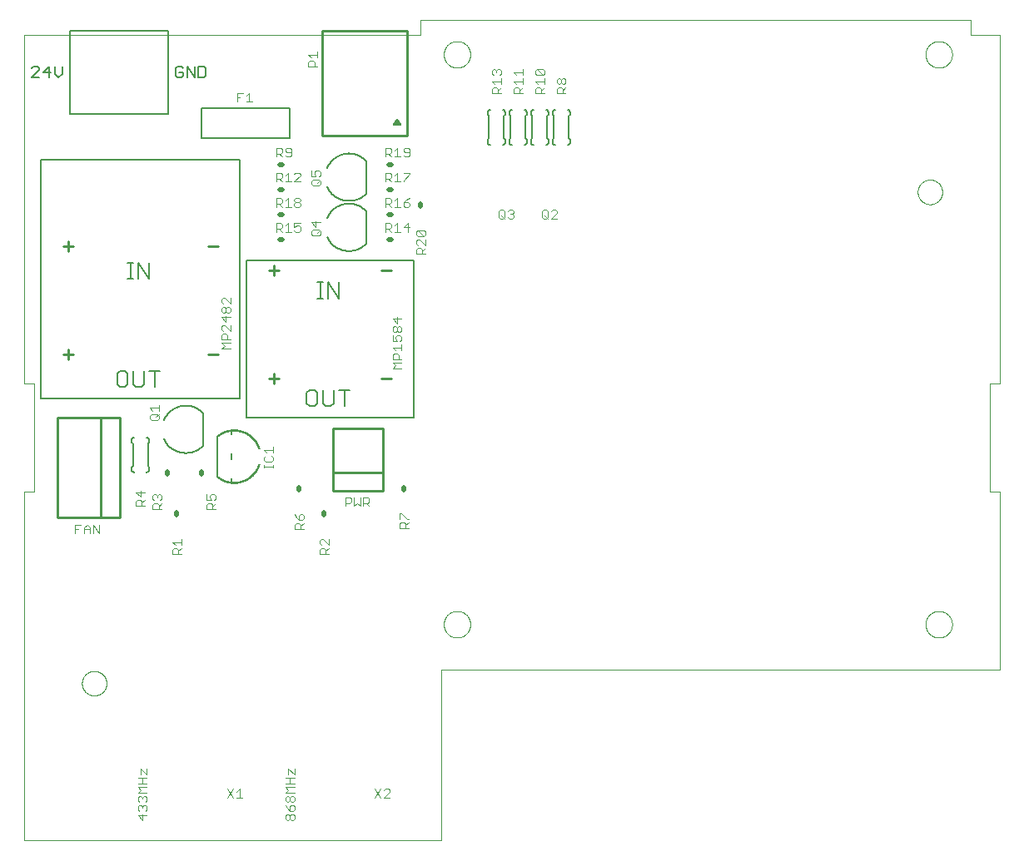
<source format=gto>
G04 EAGLE Gerber RS-274X export*
G75*
%MOMM*%
%FSLAX34Y34*%
%LPD*%
%INSilk Top*%
%IPPOS*%
%AMOC8*
5,1,8,0,0,1.08239X$1,22.5*%
G01*
%ADD10C,0.000000*%
%ADD11C,0.127000*%
%ADD12C,0.101600*%
%ADD13C,0.152400*%
%ADD14C,0.254000*%
%ADD15C,0.015238*%
%ADD16C,0.508000*%
%ADD17C,0.203200*%

G36*
X382141Y727249D02*
X382141Y727249D01*
X382284Y727263D01*
X382299Y727269D01*
X382316Y727271D01*
X382448Y727323D01*
X382583Y727372D01*
X382596Y727382D01*
X382611Y727388D01*
X382727Y727472D01*
X382845Y727553D01*
X382855Y727565D01*
X382869Y727574D01*
X382960Y727685D01*
X383054Y727792D01*
X383061Y727807D01*
X383071Y727819D01*
X383132Y727948D01*
X383197Y728077D01*
X383200Y728093D01*
X383207Y728107D01*
X383234Y728247D01*
X383264Y728387D01*
X383264Y728404D01*
X383267Y728420D01*
X383258Y728562D01*
X383253Y728705D01*
X383248Y728721D01*
X383247Y728737D01*
X383203Y728873D01*
X383162Y729010D01*
X383152Y729030D01*
X383149Y729039D01*
X383139Y729055D01*
X383088Y729153D01*
X380088Y734153D01*
X380020Y734240D01*
X379958Y734333D01*
X379922Y734365D01*
X379892Y734403D01*
X379804Y734471D01*
X379721Y734545D01*
X379678Y734567D01*
X379639Y734596D01*
X379537Y734640D01*
X379438Y734691D01*
X379391Y734702D01*
X379347Y734721D01*
X379237Y734738D01*
X379129Y734763D01*
X379080Y734762D01*
X379032Y734769D01*
X378922Y734758D01*
X378811Y734755D01*
X378764Y734742D01*
X378716Y734737D01*
X378611Y734699D01*
X378505Y734669D01*
X378463Y734644D01*
X378417Y734628D01*
X378326Y734565D01*
X378230Y734509D01*
X378195Y734475D01*
X378155Y734447D01*
X378082Y734364D01*
X378003Y734286D01*
X377961Y734224D01*
X377946Y734208D01*
X377938Y734192D01*
X377912Y734153D01*
X374912Y729153D01*
X374854Y729022D01*
X374793Y728893D01*
X374790Y728877D01*
X374783Y728862D01*
X374760Y728721D01*
X374733Y728581D01*
X374734Y728564D01*
X374732Y728548D01*
X374744Y728405D01*
X374753Y728263D01*
X374758Y728248D01*
X374760Y728231D01*
X374807Y728096D01*
X374851Y727961D01*
X374860Y727947D01*
X374865Y727931D01*
X374945Y727812D01*
X375021Y727692D01*
X375033Y727681D01*
X375042Y727667D01*
X375149Y727572D01*
X375253Y727474D01*
X375267Y727466D01*
X375279Y727455D01*
X375406Y727390D01*
X375531Y727320D01*
X375547Y727316D01*
X375562Y727309D01*
X375701Y727277D01*
X375839Y727241D01*
X375862Y727240D01*
X375871Y727237D01*
X375890Y727238D01*
X376000Y727231D01*
X382000Y727231D01*
X382141Y727249D01*
G37*
D10*
X0Y0D02*
X424000Y0D01*
X424000Y173500D01*
X992000Y173500D01*
X992000Y355000D01*
X982000Y355000D01*
X982000Y465000D01*
X992000Y465000D01*
X992000Y820000D01*
X962000Y820000D01*
X962000Y835000D01*
X403000Y835000D01*
X403000Y820000D01*
X0Y820000D01*
X0Y465000D01*
X10000Y465000D01*
X10000Y355000D01*
X0Y355000D01*
X0Y0D01*
X58500Y160000D02*
X58504Y160307D01*
X58515Y160613D01*
X58534Y160920D01*
X58560Y161225D01*
X58594Y161530D01*
X58635Y161834D01*
X58684Y162137D01*
X58740Y162439D01*
X58804Y162739D01*
X58875Y163037D01*
X58953Y163334D01*
X59038Y163629D01*
X59131Y163921D01*
X59231Y164211D01*
X59338Y164499D01*
X59452Y164784D01*
X59572Y165066D01*
X59700Y165344D01*
X59835Y165620D01*
X59976Y165892D01*
X60124Y166161D01*
X60278Y166426D01*
X60439Y166687D01*
X60607Y166945D01*
X60780Y167198D01*
X60960Y167446D01*
X61146Y167690D01*
X61337Y167930D01*
X61535Y168165D01*
X61738Y168394D01*
X61947Y168619D01*
X62161Y168839D01*
X62381Y169053D01*
X62606Y169262D01*
X62835Y169465D01*
X63070Y169663D01*
X63310Y169854D01*
X63554Y170040D01*
X63802Y170220D01*
X64055Y170393D01*
X64313Y170561D01*
X64574Y170722D01*
X64839Y170876D01*
X65108Y171024D01*
X65380Y171165D01*
X65656Y171300D01*
X65934Y171428D01*
X66216Y171548D01*
X66501Y171662D01*
X66789Y171769D01*
X67079Y171869D01*
X67371Y171962D01*
X67666Y172047D01*
X67963Y172125D01*
X68261Y172196D01*
X68561Y172260D01*
X68863Y172316D01*
X69166Y172365D01*
X69470Y172406D01*
X69775Y172440D01*
X70080Y172466D01*
X70387Y172485D01*
X70693Y172496D01*
X71000Y172500D01*
X71307Y172496D01*
X71613Y172485D01*
X71920Y172466D01*
X72225Y172440D01*
X72530Y172406D01*
X72834Y172365D01*
X73137Y172316D01*
X73439Y172260D01*
X73739Y172196D01*
X74037Y172125D01*
X74334Y172047D01*
X74629Y171962D01*
X74921Y171869D01*
X75211Y171769D01*
X75499Y171662D01*
X75784Y171548D01*
X76066Y171428D01*
X76344Y171300D01*
X76620Y171165D01*
X76892Y171024D01*
X77161Y170876D01*
X77426Y170722D01*
X77687Y170561D01*
X77945Y170393D01*
X78198Y170220D01*
X78446Y170040D01*
X78690Y169854D01*
X78930Y169663D01*
X79165Y169465D01*
X79394Y169262D01*
X79619Y169053D01*
X79839Y168839D01*
X80053Y168619D01*
X80262Y168394D01*
X80465Y168165D01*
X80663Y167930D01*
X80854Y167690D01*
X81040Y167446D01*
X81220Y167198D01*
X81393Y166945D01*
X81561Y166687D01*
X81722Y166426D01*
X81876Y166161D01*
X82024Y165892D01*
X82165Y165620D01*
X82300Y165344D01*
X82428Y165066D01*
X82548Y164784D01*
X82662Y164499D01*
X82769Y164211D01*
X82869Y163921D01*
X82962Y163629D01*
X83047Y163334D01*
X83125Y163037D01*
X83196Y162739D01*
X83260Y162439D01*
X83316Y162137D01*
X83365Y161834D01*
X83406Y161530D01*
X83440Y161225D01*
X83466Y160920D01*
X83485Y160613D01*
X83496Y160307D01*
X83500Y160000D01*
X83496Y159693D01*
X83485Y159387D01*
X83466Y159080D01*
X83440Y158775D01*
X83406Y158470D01*
X83365Y158166D01*
X83316Y157863D01*
X83260Y157561D01*
X83196Y157261D01*
X83125Y156963D01*
X83047Y156666D01*
X82962Y156371D01*
X82869Y156079D01*
X82769Y155789D01*
X82662Y155501D01*
X82548Y155216D01*
X82428Y154934D01*
X82300Y154656D01*
X82165Y154380D01*
X82024Y154108D01*
X81876Y153839D01*
X81722Y153574D01*
X81561Y153313D01*
X81393Y153055D01*
X81220Y152802D01*
X81040Y152554D01*
X80854Y152310D01*
X80663Y152070D01*
X80465Y151835D01*
X80262Y151606D01*
X80053Y151381D01*
X79839Y151161D01*
X79619Y150947D01*
X79394Y150738D01*
X79165Y150535D01*
X78930Y150337D01*
X78690Y150146D01*
X78446Y149960D01*
X78198Y149780D01*
X77945Y149607D01*
X77687Y149439D01*
X77426Y149278D01*
X77161Y149124D01*
X76892Y148976D01*
X76620Y148835D01*
X76344Y148700D01*
X76066Y148572D01*
X75784Y148452D01*
X75499Y148338D01*
X75211Y148231D01*
X74921Y148131D01*
X74629Y148038D01*
X74334Y147953D01*
X74037Y147875D01*
X73739Y147804D01*
X73439Y147740D01*
X73137Y147684D01*
X72834Y147635D01*
X72530Y147594D01*
X72225Y147560D01*
X71920Y147534D01*
X71613Y147515D01*
X71307Y147504D01*
X71000Y147500D01*
X70693Y147504D01*
X70387Y147515D01*
X70080Y147534D01*
X69775Y147560D01*
X69470Y147594D01*
X69166Y147635D01*
X68863Y147684D01*
X68561Y147740D01*
X68261Y147804D01*
X67963Y147875D01*
X67666Y147953D01*
X67371Y148038D01*
X67079Y148131D01*
X66789Y148231D01*
X66501Y148338D01*
X66216Y148452D01*
X65934Y148572D01*
X65656Y148700D01*
X65380Y148835D01*
X65108Y148976D01*
X64839Y149124D01*
X64574Y149278D01*
X64313Y149439D01*
X64055Y149607D01*
X63802Y149780D01*
X63554Y149960D01*
X63310Y150146D01*
X63070Y150337D01*
X62835Y150535D01*
X62606Y150738D01*
X62381Y150947D01*
X62161Y151161D01*
X61947Y151381D01*
X61738Y151606D01*
X61535Y151835D01*
X61337Y152070D01*
X61146Y152310D01*
X60960Y152554D01*
X60780Y152802D01*
X60607Y153055D01*
X60439Y153313D01*
X60278Y153574D01*
X60124Y153839D01*
X59976Y154108D01*
X59835Y154380D01*
X59700Y154656D01*
X59572Y154934D01*
X59452Y155216D01*
X59338Y155501D01*
X59231Y155789D01*
X59131Y156079D01*
X59038Y156371D01*
X58953Y156666D01*
X58875Y156963D01*
X58804Y157261D01*
X58740Y157561D01*
X58684Y157863D01*
X58635Y158166D01*
X58594Y158470D01*
X58560Y158775D01*
X58534Y159080D01*
X58515Y159387D01*
X58504Y159693D01*
X58500Y160000D01*
X908500Y660000D02*
X908504Y660307D01*
X908515Y660613D01*
X908534Y660920D01*
X908560Y661225D01*
X908594Y661530D01*
X908635Y661834D01*
X908684Y662137D01*
X908740Y662439D01*
X908804Y662739D01*
X908875Y663037D01*
X908953Y663334D01*
X909038Y663629D01*
X909131Y663921D01*
X909231Y664211D01*
X909338Y664499D01*
X909452Y664784D01*
X909572Y665066D01*
X909700Y665344D01*
X909835Y665620D01*
X909976Y665892D01*
X910124Y666161D01*
X910278Y666426D01*
X910439Y666687D01*
X910607Y666945D01*
X910780Y667198D01*
X910960Y667446D01*
X911146Y667690D01*
X911337Y667930D01*
X911535Y668165D01*
X911738Y668394D01*
X911947Y668619D01*
X912161Y668839D01*
X912381Y669053D01*
X912606Y669262D01*
X912835Y669465D01*
X913070Y669663D01*
X913310Y669854D01*
X913554Y670040D01*
X913802Y670220D01*
X914055Y670393D01*
X914313Y670561D01*
X914574Y670722D01*
X914839Y670876D01*
X915108Y671024D01*
X915380Y671165D01*
X915656Y671300D01*
X915934Y671428D01*
X916216Y671548D01*
X916501Y671662D01*
X916789Y671769D01*
X917079Y671869D01*
X917371Y671962D01*
X917666Y672047D01*
X917963Y672125D01*
X918261Y672196D01*
X918561Y672260D01*
X918863Y672316D01*
X919166Y672365D01*
X919470Y672406D01*
X919775Y672440D01*
X920080Y672466D01*
X920387Y672485D01*
X920693Y672496D01*
X921000Y672500D01*
X921307Y672496D01*
X921613Y672485D01*
X921920Y672466D01*
X922225Y672440D01*
X922530Y672406D01*
X922834Y672365D01*
X923137Y672316D01*
X923439Y672260D01*
X923739Y672196D01*
X924037Y672125D01*
X924334Y672047D01*
X924629Y671962D01*
X924921Y671869D01*
X925211Y671769D01*
X925499Y671662D01*
X925784Y671548D01*
X926066Y671428D01*
X926344Y671300D01*
X926620Y671165D01*
X926892Y671024D01*
X927161Y670876D01*
X927426Y670722D01*
X927687Y670561D01*
X927945Y670393D01*
X928198Y670220D01*
X928446Y670040D01*
X928690Y669854D01*
X928930Y669663D01*
X929165Y669465D01*
X929394Y669262D01*
X929619Y669053D01*
X929839Y668839D01*
X930053Y668619D01*
X930262Y668394D01*
X930465Y668165D01*
X930663Y667930D01*
X930854Y667690D01*
X931040Y667446D01*
X931220Y667198D01*
X931393Y666945D01*
X931561Y666687D01*
X931722Y666426D01*
X931876Y666161D01*
X932024Y665892D01*
X932165Y665620D01*
X932300Y665344D01*
X932428Y665066D01*
X932548Y664784D01*
X932662Y664499D01*
X932769Y664211D01*
X932869Y663921D01*
X932962Y663629D01*
X933047Y663334D01*
X933125Y663037D01*
X933196Y662739D01*
X933260Y662439D01*
X933316Y662137D01*
X933365Y661834D01*
X933406Y661530D01*
X933440Y661225D01*
X933466Y660920D01*
X933485Y660613D01*
X933496Y660307D01*
X933500Y660000D01*
X933496Y659693D01*
X933485Y659387D01*
X933466Y659080D01*
X933440Y658775D01*
X933406Y658470D01*
X933365Y658166D01*
X933316Y657863D01*
X933260Y657561D01*
X933196Y657261D01*
X933125Y656963D01*
X933047Y656666D01*
X932962Y656371D01*
X932869Y656079D01*
X932769Y655789D01*
X932662Y655501D01*
X932548Y655216D01*
X932428Y654934D01*
X932300Y654656D01*
X932165Y654380D01*
X932024Y654108D01*
X931876Y653839D01*
X931722Y653574D01*
X931561Y653313D01*
X931393Y653055D01*
X931220Y652802D01*
X931040Y652554D01*
X930854Y652310D01*
X930663Y652070D01*
X930465Y651835D01*
X930262Y651606D01*
X930053Y651381D01*
X929839Y651161D01*
X929619Y650947D01*
X929394Y650738D01*
X929165Y650535D01*
X928930Y650337D01*
X928690Y650146D01*
X928446Y649960D01*
X928198Y649780D01*
X927945Y649607D01*
X927687Y649439D01*
X927426Y649278D01*
X927161Y649124D01*
X926892Y648976D01*
X926620Y648835D01*
X926344Y648700D01*
X926066Y648572D01*
X925784Y648452D01*
X925499Y648338D01*
X925211Y648231D01*
X924921Y648131D01*
X924629Y648038D01*
X924334Y647953D01*
X924037Y647875D01*
X923739Y647804D01*
X923439Y647740D01*
X923137Y647684D01*
X922834Y647635D01*
X922530Y647594D01*
X922225Y647560D01*
X921920Y647534D01*
X921613Y647515D01*
X921307Y647504D01*
X921000Y647500D01*
X920693Y647504D01*
X920387Y647515D01*
X920080Y647534D01*
X919775Y647560D01*
X919470Y647594D01*
X919166Y647635D01*
X918863Y647684D01*
X918561Y647740D01*
X918261Y647804D01*
X917963Y647875D01*
X917666Y647953D01*
X917371Y648038D01*
X917079Y648131D01*
X916789Y648231D01*
X916501Y648338D01*
X916216Y648452D01*
X915934Y648572D01*
X915656Y648700D01*
X915380Y648835D01*
X915108Y648976D01*
X914839Y649124D01*
X914574Y649278D01*
X914313Y649439D01*
X914055Y649607D01*
X913802Y649780D01*
X913554Y649960D01*
X913310Y650146D01*
X913070Y650337D01*
X912835Y650535D01*
X912606Y650738D01*
X912381Y650947D01*
X912161Y651161D01*
X911947Y651381D01*
X911738Y651606D01*
X911535Y651835D01*
X911337Y652070D01*
X911146Y652310D01*
X910960Y652554D01*
X910780Y652802D01*
X910607Y653055D01*
X910439Y653313D01*
X910278Y653574D01*
X910124Y653839D01*
X909976Y654108D01*
X909835Y654380D01*
X909700Y654656D01*
X909572Y654934D01*
X909452Y655216D01*
X909338Y655501D01*
X909231Y655789D01*
X909131Y656079D01*
X909038Y656371D01*
X908953Y656666D01*
X908875Y656963D01*
X908804Y657261D01*
X908740Y657561D01*
X908684Y657863D01*
X908635Y658166D01*
X908594Y658470D01*
X908560Y658775D01*
X908534Y659080D01*
X908515Y659387D01*
X908504Y659693D01*
X908500Y660000D01*
D11*
X161262Y785818D02*
X159355Y787725D01*
X155542Y787725D01*
X153635Y785818D01*
X153635Y778192D01*
X155542Y776285D01*
X159355Y776285D01*
X161262Y778192D01*
X161262Y782005D01*
X157448Y782005D01*
X165329Y776285D02*
X165329Y787725D01*
X172955Y776285D01*
X172955Y787725D01*
X177023Y787725D02*
X177023Y776285D01*
X182743Y776285D01*
X184649Y778192D01*
X184649Y785818D01*
X182743Y787725D01*
X177023Y787725D01*
D12*
X124492Y25380D02*
X115500Y25380D01*
X119996Y20884D01*
X119996Y26879D01*
X116999Y30092D02*
X115500Y31591D01*
X115500Y34588D01*
X116999Y36087D01*
X118498Y36087D01*
X119996Y34588D01*
X119996Y33089D01*
X119996Y34588D02*
X121495Y36087D01*
X122993Y36087D01*
X124492Y34588D01*
X124492Y31591D01*
X122993Y30092D01*
X116999Y39300D02*
X115500Y40799D01*
X115500Y43796D01*
X116999Y45295D01*
X118498Y45295D01*
X119996Y43796D01*
X119996Y42297D01*
X119996Y43796D02*
X121495Y45295D01*
X122993Y45295D01*
X124492Y43796D01*
X124492Y40799D01*
X122993Y39300D01*
X124492Y48508D02*
X115500Y48508D01*
X118498Y51505D01*
X115500Y54502D01*
X124492Y54502D01*
X124492Y57716D02*
X115500Y57716D01*
X119996Y57716D02*
X119996Y63710D01*
X115500Y63710D02*
X124492Y63710D01*
X118498Y66924D02*
X118498Y72918D01*
X124492Y66924D01*
X124492Y72918D01*
X265500Y22383D02*
X266999Y20884D01*
X265500Y22383D02*
X265500Y25380D01*
X266999Y26879D01*
X268498Y26879D01*
X269996Y25380D01*
X271495Y26879D01*
X272993Y26879D01*
X274492Y25380D01*
X274492Y22383D01*
X272993Y20884D01*
X271495Y20884D01*
X269996Y22383D01*
X268498Y20884D01*
X266999Y20884D01*
X269996Y22383D02*
X269996Y25380D01*
X266999Y33089D02*
X265500Y36087D01*
X266999Y33089D02*
X269996Y30092D01*
X272993Y30092D01*
X274492Y31591D01*
X274492Y34588D01*
X272993Y36087D01*
X271495Y36087D01*
X269996Y34588D01*
X269996Y30092D01*
X266999Y39300D02*
X265500Y40799D01*
X265500Y43796D01*
X266999Y45295D01*
X268498Y45295D01*
X269996Y43796D01*
X271495Y45295D01*
X272993Y45295D01*
X274492Y43796D01*
X274492Y40799D01*
X272993Y39300D01*
X271495Y39300D01*
X269996Y40799D01*
X268498Y39300D01*
X266999Y39300D01*
X269996Y40799D02*
X269996Y43796D01*
X274492Y48508D02*
X265500Y48508D01*
X268498Y51505D01*
X265500Y54502D01*
X274492Y54502D01*
X274492Y57716D02*
X265500Y57716D01*
X269996Y57716D02*
X269996Y63710D01*
X265500Y63710D02*
X274492Y63710D01*
X268498Y66924D02*
X268498Y72918D01*
X274492Y66924D01*
X274492Y72918D01*
D11*
X46000Y739500D02*
X46000Y824500D01*
X146000Y824500D01*
X146000Y739500D01*
X46000Y739500D01*
X15180Y776285D02*
X7553Y776285D01*
X15180Y783912D01*
X15180Y785818D01*
X13273Y787725D01*
X9460Y787725D01*
X7553Y785818D01*
X24967Y787725D02*
X24967Y776285D01*
X19247Y782005D02*
X24967Y787725D01*
X26874Y782005D02*
X19247Y782005D01*
X30941Y780098D02*
X30941Y787725D01*
X30941Y780098D02*
X34754Y776285D01*
X38567Y780098D01*
X38567Y787725D01*
X395960Y590000D02*
X395960Y430000D01*
X225960Y430000D01*
X225960Y590000D01*
X395960Y590000D01*
D13*
X303502Y551872D02*
X298079Y551872D01*
X300791Y551872D02*
X300791Y568142D01*
X303502Y568142D02*
X298079Y568142D01*
X308993Y568142D02*
X308993Y551872D01*
X319840Y551872D02*
X308993Y568142D01*
X319840Y568142D02*
X319840Y551872D01*
X295300Y458142D02*
X289876Y458142D01*
X287165Y455430D01*
X287165Y444584D01*
X289876Y441872D01*
X295300Y441872D01*
X298011Y444584D01*
X298011Y455430D01*
X295300Y458142D01*
X303536Y458142D02*
X303536Y444584D01*
X306248Y441872D01*
X311671Y441872D01*
X314383Y444584D01*
X314383Y458142D01*
X325331Y458142D02*
X325331Y441872D01*
X319908Y458142D02*
X330754Y458142D01*
D14*
X258660Y580000D02*
X248660Y580000D01*
X363260Y580000D02*
X373260Y580000D01*
X253660Y585000D02*
X253660Y575000D01*
X248660Y470000D02*
X258660Y470000D01*
X363260Y470000D02*
X373260Y470000D01*
X253660Y465000D02*
X253660Y475000D01*
D12*
X374460Y480384D02*
X383452Y480384D01*
X377458Y483382D02*
X374460Y480384D01*
X377458Y483382D02*
X374460Y486379D01*
X383452Y486379D01*
X383452Y489592D02*
X374460Y489592D01*
X374460Y494088D01*
X375959Y495587D01*
X378956Y495587D01*
X380455Y494088D01*
X380455Y489592D01*
X377458Y498800D02*
X374460Y501797D01*
X383452Y501797D01*
X383452Y498800D02*
X383452Y504795D01*
X374460Y508008D02*
X374460Y514002D01*
X374460Y508008D02*
X378956Y508008D01*
X377458Y511005D01*
X377458Y512504D01*
X378956Y514002D01*
X381953Y514002D01*
X383452Y512504D01*
X383452Y509507D01*
X381953Y508008D01*
X375959Y517216D02*
X374460Y518714D01*
X374460Y521712D01*
X375959Y523210D01*
X377458Y523210D01*
X378956Y521712D01*
X380455Y523210D01*
X381953Y523210D01*
X383452Y521712D01*
X383452Y518714D01*
X381953Y517216D01*
X380455Y517216D01*
X378956Y518714D01*
X377458Y517216D01*
X375959Y517216D01*
X378956Y518714D02*
X378956Y521712D01*
X383452Y530919D02*
X374460Y530919D01*
X378956Y526424D01*
X378956Y532418D01*
D11*
X219400Y450000D02*
X219400Y692800D01*
X219400Y450000D02*
X16600Y450000D01*
X16600Y692800D01*
X219400Y692800D01*
D13*
X110542Y571872D02*
X105119Y571872D01*
X107831Y571872D02*
X107831Y588142D01*
X110542Y588142D02*
X105119Y588142D01*
X116033Y588142D02*
X116033Y571872D01*
X126880Y571872D02*
X116033Y588142D01*
X126880Y588142D02*
X126880Y571872D01*
X102340Y478142D02*
X96916Y478142D01*
X94205Y475430D01*
X94205Y464584D01*
X96916Y461872D01*
X102340Y461872D01*
X105051Y464584D01*
X105051Y475430D01*
X102340Y478142D01*
X110576Y478142D02*
X110576Y464584D01*
X113288Y461872D01*
X118711Y461872D01*
X121423Y464584D01*
X121423Y478142D01*
X132371Y478142D02*
X132371Y461872D01*
X126948Y478142D02*
X137794Y478142D01*
D14*
X49340Y605000D02*
X39340Y605000D01*
X186660Y605000D02*
X196660Y605000D01*
X44340Y610000D02*
X44340Y600000D01*
X39340Y495000D02*
X49340Y495000D01*
X186660Y495000D02*
X196660Y495000D01*
X44340Y500000D02*
X44340Y490000D01*
D12*
X200500Y500384D02*
X209492Y500384D01*
X203498Y503382D02*
X200500Y500384D01*
X203498Y503382D02*
X200500Y506379D01*
X209492Y506379D01*
X209492Y509592D02*
X200500Y509592D01*
X200500Y514088D01*
X201999Y515587D01*
X204996Y515587D01*
X206495Y514088D01*
X206495Y509592D01*
X209492Y518800D02*
X209492Y524795D01*
X203498Y524795D02*
X209492Y518800D01*
X203498Y524795D02*
X201999Y524795D01*
X200500Y523296D01*
X200500Y520299D01*
X201999Y518800D01*
X200500Y532504D02*
X209492Y532504D01*
X204996Y528008D02*
X200500Y532504D01*
X204996Y534002D02*
X204996Y528008D01*
X201999Y537216D02*
X200500Y538714D01*
X200500Y541712D01*
X201999Y543210D01*
X203498Y543210D01*
X204996Y541712D01*
X206495Y543210D01*
X207993Y543210D01*
X209492Y541712D01*
X209492Y538714D01*
X207993Y537216D01*
X206495Y537216D01*
X204996Y538714D01*
X203498Y537216D01*
X201999Y537216D01*
X204996Y538714D02*
X204996Y541712D01*
X209492Y546424D02*
X209492Y552418D01*
X209492Y546424D02*
X203498Y552418D01*
X201999Y552418D01*
X200500Y550919D01*
X200500Y547922D01*
X201999Y546424D01*
D14*
X303000Y824500D02*
X389000Y824500D01*
X389000Y717500D01*
X303000Y717500D01*
X303000Y824500D01*
D12*
X297867Y787508D02*
X288875Y787508D01*
X288875Y792004D01*
X290374Y793502D01*
X293371Y793502D01*
X294870Y792004D01*
X294870Y787508D01*
X291873Y796716D02*
X288875Y799713D01*
X297867Y799713D01*
X297867Y796716D02*
X297867Y802710D01*
X206508Y52500D02*
X212502Y43508D01*
X206508Y43508D02*
X212502Y52500D01*
X215716Y49502D02*
X218713Y52500D01*
X218713Y43508D01*
X215716Y43508D02*
X221710Y43508D01*
D10*
X916500Y800000D02*
X916504Y800331D01*
X916516Y800662D01*
X916537Y800993D01*
X916565Y801323D01*
X916602Y801653D01*
X916646Y801981D01*
X916699Y802308D01*
X916759Y802634D01*
X916828Y802958D01*
X916905Y803280D01*
X916989Y803601D01*
X917081Y803919D01*
X917181Y804235D01*
X917289Y804548D01*
X917405Y804859D01*
X917528Y805166D01*
X917658Y805471D01*
X917796Y805772D01*
X917941Y806070D01*
X918094Y806364D01*
X918254Y806654D01*
X918421Y806940D01*
X918594Y807222D01*
X918775Y807500D01*
X918963Y807773D01*
X919157Y808042D01*
X919357Y808306D01*
X919564Y808564D01*
X919778Y808818D01*
X919997Y809066D01*
X920223Y809309D01*
X920454Y809546D01*
X920691Y809777D01*
X920934Y810003D01*
X921182Y810222D01*
X921436Y810436D01*
X921694Y810643D01*
X921958Y810843D01*
X922227Y811037D01*
X922500Y811225D01*
X922778Y811406D01*
X923060Y811579D01*
X923346Y811746D01*
X923636Y811906D01*
X923930Y812059D01*
X924228Y812204D01*
X924529Y812342D01*
X924834Y812472D01*
X925141Y812595D01*
X925452Y812711D01*
X925765Y812819D01*
X926081Y812919D01*
X926399Y813011D01*
X926720Y813095D01*
X927042Y813172D01*
X927366Y813241D01*
X927692Y813301D01*
X928019Y813354D01*
X928347Y813398D01*
X928677Y813435D01*
X929007Y813463D01*
X929338Y813484D01*
X929669Y813496D01*
X930000Y813500D01*
X930331Y813496D01*
X930662Y813484D01*
X930993Y813463D01*
X931323Y813435D01*
X931653Y813398D01*
X931981Y813354D01*
X932308Y813301D01*
X932634Y813241D01*
X932958Y813172D01*
X933280Y813095D01*
X933601Y813011D01*
X933919Y812919D01*
X934235Y812819D01*
X934548Y812711D01*
X934859Y812595D01*
X935166Y812472D01*
X935471Y812342D01*
X935772Y812204D01*
X936070Y812059D01*
X936364Y811906D01*
X936654Y811746D01*
X936940Y811579D01*
X937222Y811406D01*
X937500Y811225D01*
X937773Y811037D01*
X938042Y810843D01*
X938306Y810643D01*
X938564Y810436D01*
X938818Y810222D01*
X939066Y810003D01*
X939309Y809777D01*
X939546Y809546D01*
X939777Y809309D01*
X940003Y809066D01*
X940222Y808818D01*
X940436Y808564D01*
X940643Y808306D01*
X940843Y808042D01*
X941037Y807773D01*
X941225Y807500D01*
X941406Y807222D01*
X941579Y806940D01*
X941746Y806654D01*
X941906Y806364D01*
X942059Y806070D01*
X942204Y805772D01*
X942342Y805471D01*
X942472Y805166D01*
X942595Y804859D01*
X942711Y804548D01*
X942819Y804235D01*
X942919Y803919D01*
X943011Y803601D01*
X943095Y803280D01*
X943172Y802958D01*
X943241Y802634D01*
X943301Y802308D01*
X943354Y801981D01*
X943398Y801653D01*
X943435Y801323D01*
X943463Y800993D01*
X943484Y800662D01*
X943496Y800331D01*
X943500Y800000D01*
X943496Y799669D01*
X943484Y799338D01*
X943463Y799007D01*
X943435Y798677D01*
X943398Y798347D01*
X943354Y798019D01*
X943301Y797692D01*
X943241Y797366D01*
X943172Y797042D01*
X943095Y796720D01*
X943011Y796399D01*
X942919Y796081D01*
X942819Y795765D01*
X942711Y795452D01*
X942595Y795141D01*
X942472Y794834D01*
X942342Y794529D01*
X942204Y794228D01*
X942059Y793930D01*
X941906Y793636D01*
X941746Y793346D01*
X941579Y793060D01*
X941406Y792778D01*
X941225Y792500D01*
X941037Y792227D01*
X940843Y791958D01*
X940643Y791694D01*
X940436Y791436D01*
X940222Y791182D01*
X940003Y790934D01*
X939777Y790691D01*
X939546Y790454D01*
X939309Y790223D01*
X939066Y789997D01*
X938818Y789778D01*
X938564Y789564D01*
X938306Y789357D01*
X938042Y789157D01*
X937773Y788963D01*
X937500Y788775D01*
X937222Y788594D01*
X936940Y788421D01*
X936654Y788254D01*
X936364Y788094D01*
X936070Y787941D01*
X935772Y787796D01*
X935471Y787658D01*
X935166Y787528D01*
X934859Y787405D01*
X934548Y787289D01*
X934235Y787181D01*
X933919Y787081D01*
X933601Y786989D01*
X933280Y786905D01*
X932958Y786828D01*
X932634Y786759D01*
X932308Y786699D01*
X931981Y786646D01*
X931653Y786602D01*
X931323Y786565D01*
X930993Y786537D01*
X930662Y786516D01*
X930331Y786504D01*
X930000Y786500D01*
X929669Y786504D01*
X929338Y786516D01*
X929007Y786537D01*
X928677Y786565D01*
X928347Y786602D01*
X928019Y786646D01*
X927692Y786699D01*
X927366Y786759D01*
X927042Y786828D01*
X926720Y786905D01*
X926399Y786989D01*
X926081Y787081D01*
X925765Y787181D01*
X925452Y787289D01*
X925141Y787405D01*
X924834Y787528D01*
X924529Y787658D01*
X924228Y787796D01*
X923930Y787941D01*
X923636Y788094D01*
X923346Y788254D01*
X923060Y788421D01*
X922778Y788594D01*
X922500Y788775D01*
X922227Y788963D01*
X921958Y789157D01*
X921694Y789357D01*
X921436Y789564D01*
X921182Y789778D01*
X920934Y789997D01*
X920691Y790223D01*
X920454Y790454D01*
X920223Y790691D01*
X919997Y790934D01*
X919778Y791182D01*
X919564Y791436D01*
X919357Y791694D01*
X919157Y791958D01*
X918963Y792227D01*
X918775Y792500D01*
X918594Y792778D01*
X918421Y793060D01*
X918254Y793346D01*
X918094Y793636D01*
X917941Y793930D01*
X917796Y794228D01*
X917658Y794529D01*
X917528Y794834D01*
X917405Y795141D01*
X917289Y795452D01*
X917181Y795765D01*
X917081Y796081D01*
X916989Y796399D01*
X916905Y796720D01*
X916828Y797042D01*
X916759Y797366D01*
X916699Y797692D01*
X916646Y798019D01*
X916602Y798347D01*
X916565Y798677D01*
X916537Y799007D01*
X916516Y799338D01*
X916504Y799669D01*
X916500Y800000D01*
X426500Y800000D02*
X426504Y800331D01*
X426516Y800662D01*
X426537Y800993D01*
X426565Y801323D01*
X426602Y801653D01*
X426646Y801981D01*
X426699Y802308D01*
X426759Y802634D01*
X426828Y802958D01*
X426905Y803280D01*
X426989Y803601D01*
X427081Y803919D01*
X427181Y804235D01*
X427289Y804548D01*
X427405Y804859D01*
X427528Y805166D01*
X427658Y805471D01*
X427796Y805772D01*
X427941Y806070D01*
X428094Y806364D01*
X428254Y806654D01*
X428421Y806940D01*
X428594Y807222D01*
X428775Y807500D01*
X428963Y807773D01*
X429157Y808042D01*
X429357Y808306D01*
X429564Y808564D01*
X429778Y808818D01*
X429997Y809066D01*
X430223Y809309D01*
X430454Y809546D01*
X430691Y809777D01*
X430934Y810003D01*
X431182Y810222D01*
X431436Y810436D01*
X431694Y810643D01*
X431958Y810843D01*
X432227Y811037D01*
X432500Y811225D01*
X432778Y811406D01*
X433060Y811579D01*
X433346Y811746D01*
X433636Y811906D01*
X433930Y812059D01*
X434228Y812204D01*
X434529Y812342D01*
X434834Y812472D01*
X435141Y812595D01*
X435452Y812711D01*
X435765Y812819D01*
X436081Y812919D01*
X436399Y813011D01*
X436720Y813095D01*
X437042Y813172D01*
X437366Y813241D01*
X437692Y813301D01*
X438019Y813354D01*
X438347Y813398D01*
X438677Y813435D01*
X439007Y813463D01*
X439338Y813484D01*
X439669Y813496D01*
X440000Y813500D01*
X440331Y813496D01*
X440662Y813484D01*
X440993Y813463D01*
X441323Y813435D01*
X441653Y813398D01*
X441981Y813354D01*
X442308Y813301D01*
X442634Y813241D01*
X442958Y813172D01*
X443280Y813095D01*
X443601Y813011D01*
X443919Y812919D01*
X444235Y812819D01*
X444548Y812711D01*
X444859Y812595D01*
X445166Y812472D01*
X445471Y812342D01*
X445772Y812204D01*
X446070Y812059D01*
X446364Y811906D01*
X446654Y811746D01*
X446940Y811579D01*
X447222Y811406D01*
X447500Y811225D01*
X447773Y811037D01*
X448042Y810843D01*
X448306Y810643D01*
X448564Y810436D01*
X448818Y810222D01*
X449066Y810003D01*
X449309Y809777D01*
X449546Y809546D01*
X449777Y809309D01*
X450003Y809066D01*
X450222Y808818D01*
X450436Y808564D01*
X450643Y808306D01*
X450843Y808042D01*
X451037Y807773D01*
X451225Y807500D01*
X451406Y807222D01*
X451579Y806940D01*
X451746Y806654D01*
X451906Y806364D01*
X452059Y806070D01*
X452204Y805772D01*
X452342Y805471D01*
X452472Y805166D01*
X452595Y804859D01*
X452711Y804548D01*
X452819Y804235D01*
X452919Y803919D01*
X453011Y803601D01*
X453095Y803280D01*
X453172Y802958D01*
X453241Y802634D01*
X453301Y802308D01*
X453354Y801981D01*
X453398Y801653D01*
X453435Y801323D01*
X453463Y800993D01*
X453484Y800662D01*
X453496Y800331D01*
X453500Y800000D01*
X453496Y799669D01*
X453484Y799338D01*
X453463Y799007D01*
X453435Y798677D01*
X453398Y798347D01*
X453354Y798019D01*
X453301Y797692D01*
X453241Y797366D01*
X453172Y797042D01*
X453095Y796720D01*
X453011Y796399D01*
X452919Y796081D01*
X452819Y795765D01*
X452711Y795452D01*
X452595Y795141D01*
X452472Y794834D01*
X452342Y794529D01*
X452204Y794228D01*
X452059Y793930D01*
X451906Y793636D01*
X451746Y793346D01*
X451579Y793060D01*
X451406Y792778D01*
X451225Y792500D01*
X451037Y792227D01*
X450843Y791958D01*
X450643Y791694D01*
X450436Y791436D01*
X450222Y791182D01*
X450003Y790934D01*
X449777Y790691D01*
X449546Y790454D01*
X449309Y790223D01*
X449066Y789997D01*
X448818Y789778D01*
X448564Y789564D01*
X448306Y789357D01*
X448042Y789157D01*
X447773Y788963D01*
X447500Y788775D01*
X447222Y788594D01*
X446940Y788421D01*
X446654Y788254D01*
X446364Y788094D01*
X446070Y787941D01*
X445772Y787796D01*
X445471Y787658D01*
X445166Y787528D01*
X444859Y787405D01*
X444548Y787289D01*
X444235Y787181D01*
X443919Y787081D01*
X443601Y786989D01*
X443280Y786905D01*
X442958Y786828D01*
X442634Y786759D01*
X442308Y786699D01*
X441981Y786646D01*
X441653Y786602D01*
X441323Y786565D01*
X440993Y786537D01*
X440662Y786516D01*
X440331Y786504D01*
X440000Y786500D01*
X439669Y786504D01*
X439338Y786516D01*
X439007Y786537D01*
X438677Y786565D01*
X438347Y786602D01*
X438019Y786646D01*
X437692Y786699D01*
X437366Y786759D01*
X437042Y786828D01*
X436720Y786905D01*
X436399Y786989D01*
X436081Y787081D01*
X435765Y787181D01*
X435452Y787289D01*
X435141Y787405D01*
X434834Y787528D01*
X434529Y787658D01*
X434228Y787796D01*
X433930Y787941D01*
X433636Y788094D01*
X433346Y788254D01*
X433060Y788421D01*
X432778Y788594D01*
X432500Y788775D01*
X432227Y788963D01*
X431958Y789157D01*
X431694Y789357D01*
X431436Y789564D01*
X431182Y789778D01*
X430934Y789997D01*
X430691Y790223D01*
X430454Y790454D01*
X430223Y790691D01*
X429997Y790934D01*
X429778Y791182D01*
X429564Y791436D01*
X429357Y791694D01*
X429157Y791958D01*
X428963Y792227D01*
X428775Y792500D01*
X428594Y792778D01*
X428421Y793060D01*
X428254Y793346D01*
X428094Y793636D01*
X427941Y793930D01*
X427796Y794228D01*
X427658Y794529D01*
X427528Y794834D01*
X427405Y795141D01*
X427289Y795452D01*
X427181Y795765D01*
X427081Y796081D01*
X426989Y796399D01*
X426905Y796720D01*
X426828Y797042D01*
X426759Y797366D01*
X426699Y797692D01*
X426646Y798019D01*
X426602Y798347D01*
X426565Y798677D01*
X426537Y799007D01*
X426516Y799338D01*
X426504Y799669D01*
X426500Y800000D01*
X916500Y220000D02*
X916504Y220331D01*
X916516Y220662D01*
X916537Y220993D01*
X916565Y221323D01*
X916602Y221653D01*
X916646Y221981D01*
X916699Y222308D01*
X916759Y222634D01*
X916828Y222958D01*
X916905Y223280D01*
X916989Y223601D01*
X917081Y223919D01*
X917181Y224235D01*
X917289Y224548D01*
X917405Y224859D01*
X917528Y225166D01*
X917658Y225471D01*
X917796Y225772D01*
X917941Y226070D01*
X918094Y226364D01*
X918254Y226654D01*
X918421Y226940D01*
X918594Y227222D01*
X918775Y227500D01*
X918963Y227773D01*
X919157Y228042D01*
X919357Y228306D01*
X919564Y228564D01*
X919778Y228818D01*
X919997Y229066D01*
X920223Y229309D01*
X920454Y229546D01*
X920691Y229777D01*
X920934Y230003D01*
X921182Y230222D01*
X921436Y230436D01*
X921694Y230643D01*
X921958Y230843D01*
X922227Y231037D01*
X922500Y231225D01*
X922778Y231406D01*
X923060Y231579D01*
X923346Y231746D01*
X923636Y231906D01*
X923930Y232059D01*
X924228Y232204D01*
X924529Y232342D01*
X924834Y232472D01*
X925141Y232595D01*
X925452Y232711D01*
X925765Y232819D01*
X926081Y232919D01*
X926399Y233011D01*
X926720Y233095D01*
X927042Y233172D01*
X927366Y233241D01*
X927692Y233301D01*
X928019Y233354D01*
X928347Y233398D01*
X928677Y233435D01*
X929007Y233463D01*
X929338Y233484D01*
X929669Y233496D01*
X930000Y233500D01*
X930331Y233496D01*
X930662Y233484D01*
X930993Y233463D01*
X931323Y233435D01*
X931653Y233398D01*
X931981Y233354D01*
X932308Y233301D01*
X932634Y233241D01*
X932958Y233172D01*
X933280Y233095D01*
X933601Y233011D01*
X933919Y232919D01*
X934235Y232819D01*
X934548Y232711D01*
X934859Y232595D01*
X935166Y232472D01*
X935471Y232342D01*
X935772Y232204D01*
X936070Y232059D01*
X936364Y231906D01*
X936654Y231746D01*
X936940Y231579D01*
X937222Y231406D01*
X937500Y231225D01*
X937773Y231037D01*
X938042Y230843D01*
X938306Y230643D01*
X938564Y230436D01*
X938818Y230222D01*
X939066Y230003D01*
X939309Y229777D01*
X939546Y229546D01*
X939777Y229309D01*
X940003Y229066D01*
X940222Y228818D01*
X940436Y228564D01*
X940643Y228306D01*
X940843Y228042D01*
X941037Y227773D01*
X941225Y227500D01*
X941406Y227222D01*
X941579Y226940D01*
X941746Y226654D01*
X941906Y226364D01*
X942059Y226070D01*
X942204Y225772D01*
X942342Y225471D01*
X942472Y225166D01*
X942595Y224859D01*
X942711Y224548D01*
X942819Y224235D01*
X942919Y223919D01*
X943011Y223601D01*
X943095Y223280D01*
X943172Y222958D01*
X943241Y222634D01*
X943301Y222308D01*
X943354Y221981D01*
X943398Y221653D01*
X943435Y221323D01*
X943463Y220993D01*
X943484Y220662D01*
X943496Y220331D01*
X943500Y220000D01*
X943496Y219669D01*
X943484Y219338D01*
X943463Y219007D01*
X943435Y218677D01*
X943398Y218347D01*
X943354Y218019D01*
X943301Y217692D01*
X943241Y217366D01*
X943172Y217042D01*
X943095Y216720D01*
X943011Y216399D01*
X942919Y216081D01*
X942819Y215765D01*
X942711Y215452D01*
X942595Y215141D01*
X942472Y214834D01*
X942342Y214529D01*
X942204Y214228D01*
X942059Y213930D01*
X941906Y213636D01*
X941746Y213346D01*
X941579Y213060D01*
X941406Y212778D01*
X941225Y212500D01*
X941037Y212227D01*
X940843Y211958D01*
X940643Y211694D01*
X940436Y211436D01*
X940222Y211182D01*
X940003Y210934D01*
X939777Y210691D01*
X939546Y210454D01*
X939309Y210223D01*
X939066Y209997D01*
X938818Y209778D01*
X938564Y209564D01*
X938306Y209357D01*
X938042Y209157D01*
X937773Y208963D01*
X937500Y208775D01*
X937222Y208594D01*
X936940Y208421D01*
X936654Y208254D01*
X936364Y208094D01*
X936070Y207941D01*
X935772Y207796D01*
X935471Y207658D01*
X935166Y207528D01*
X934859Y207405D01*
X934548Y207289D01*
X934235Y207181D01*
X933919Y207081D01*
X933601Y206989D01*
X933280Y206905D01*
X932958Y206828D01*
X932634Y206759D01*
X932308Y206699D01*
X931981Y206646D01*
X931653Y206602D01*
X931323Y206565D01*
X930993Y206537D01*
X930662Y206516D01*
X930331Y206504D01*
X930000Y206500D01*
X929669Y206504D01*
X929338Y206516D01*
X929007Y206537D01*
X928677Y206565D01*
X928347Y206602D01*
X928019Y206646D01*
X927692Y206699D01*
X927366Y206759D01*
X927042Y206828D01*
X926720Y206905D01*
X926399Y206989D01*
X926081Y207081D01*
X925765Y207181D01*
X925452Y207289D01*
X925141Y207405D01*
X924834Y207528D01*
X924529Y207658D01*
X924228Y207796D01*
X923930Y207941D01*
X923636Y208094D01*
X923346Y208254D01*
X923060Y208421D01*
X922778Y208594D01*
X922500Y208775D01*
X922227Y208963D01*
X921958Y209157D01*
X921694Y209357D01*
X921436Y209564D01*
X921182Y209778D01*
X920934Y209997D01*
X920691Y210223D01*
X920454Y210454D01*
X920223Y210691D01*
X919997Y210934D01*
X919778Y211182D01*
X919564Y211436D01*
X919357Y211694D01*
X919157Y211958D01*
X918963Y212227D01*
X918775Y212500D01*
X918594Y212778D01*
X918421Y213060D01*
X918254Y213346D01*
X918094Y213636D01*
X917941Y213930D01*
X917796Y214228D01*
X917658Y214529D01*
X917528Y214834D01*
X917405Y215141D01*
X917289Y215452D01*
X917181Y215765D01*
X917081Y216081D01*
X916989Y216399D01*
X916905Y216720D01*
X916828Y217042D01*
X916759Y217366D01*
X916699Y217692D01*
X916646Y218019D01*
X916602Y218347D01*
X916565Y218677D01*
X916537Y219007D01*
X916516Y219338D01*
X916504Y219669D01*
X916500Y220000D01*
X426500Y220000D02*
X426504Y220331D01*
X426516Y220662D01*
X426537Y220993D01*
X426565Y221323D01*
X426602Y221653D01*
X426646Y221981D01*
X426699Y222308D01*
X426759Y222634D01*
X426828Y222958D01*
X426905Y223280D01*
X426989Y223601D01*
X427081Y223919D01*
X427181Y224235D01*
X427289Y224548D01*
X427405Y224859D01*
X427528Y225166D01*
X427658Y225471D01*
X427796Y225772D01*
X427941Y226070D01*
X428094Y226364D01*
X428254Y226654D01*
X428421Y226940D01*
X428594Y227222D01*
X428775Y227500D01*
X428963Y227773D01*
X429157Y228042D01*
X429357Y228306D01*
X429564Y228564D01*
X429778Y228818D01*
X429997Y229066D01*
X430223Y229309D01*
X430454Y229546D01*
X430691Y229777D01*
X430934Y230003D01*
X431182Y230222D01*
X431436Y230436D01*
X431694Y230643D01*
X431958Y230843D01*
X432227Y231037D01*
X432500Y231225D01*
X432778Y231406D01*
X433060Y231579D01*
X433346Y231746D01*
X433636Y231906D01*
X433930Y232059D01*
X434228Y232204D01*
X434529Y232342D01*
X434834Y232472D01*
X435141Y232595D01*
X435452Y232711D01*
X435765Y232819D01*
X436081Y232919D01*
X436399Y233011D01*
X436720Y233095D01*
X437042Y233172D01*
X437366Y233241D01*
X437692Y233301D01*
X438019Y233354D01*
X438347Y233398D01*
X438677Y233435D01*
X439007Y233463D01*
X439338Y233484D01*
X439669Y233496D01*
X440000Y233500D01*
X440331Y233496D01*
X440662Y233484D01*
X440993Y233463D01*
X441323Y233435D01*
X441653Y233398D01*
X441981Y233354D01*
X442308Y233301D01*
X442634Y233241D01*
X442958Y233172D01*
X443280Y233095D01*
X443601Y233011D01*
X443919Y232919D01*
X444235Y232819D01*
X444548Y232711D01*
X444859Y232595D01*
X445166Y232472D01*
X445471Y232342D01*
X445772Y232204D01*
X446070Y232059D01*
X446364Y231906D01*
X446654Y231746D01*
X446940Y231579D01*
X447222Y231406D01*
X447500Y231225D01*
X447773Y231037D01*
X448042Y230843D01*
X448306Y230643D01*
X448564Y230436D01*
X448818Y230222D01*
X449066Y230003D01*
X449309Y229777D01*
X449546Y229546D01*
X449777Y229309D01*
X450003Y229066D01*
X450222Y228818D01*
X450436Y228564D01*
X450643Y228306D01*
X450843Y228042D01*
X451037Y227773D01*
X451225Y227500D01*
X451406Y227222D01*
X451579Y226940D01*
X451746Y226654D01*
X451906Y226364D01*
X452059Y226070D01*
X452204Y225772D01*
X452342Y225471D01*
X452472Y225166D01*
X452595Y224859D01*
X452711Y224548D01*
X452819Y224235D01*
X452919Y223919D01*
X453011Y223601D01*
X453095Y223280D01*
X453172Y222958D01*
X453241Y222634D01*
X453301Y222308D01*
X453354Y221981D01*
X453398Y221653D01*
X453435Y221323D01*
X453463Y220993D01*
X453484Y220662D01*
X453496Y220331D01*
X453500Y220000D01*
X453496Y219669D01*
X453484Y219338D01*
X453463Y219007D01*
X453435Y218677D01*
X453398Y218347D01*
X453354Y218019D01*
X453301Y217692D01*
X453241Y217366D01*
X453172Y217042D01*
X453095Y216720D01*
X453011Y216399D01*
X452919Y216081D01*
X452819Y215765D01*
X452711Y215452D01*
X452595Y215141D01*
X452472Y214834D01*
X452342Y214529D01*
X452204Y214228D01*
X452059Y213930D01*
X451906Y213636D01*
X451746Y213346D01*
X451579Y213060D01*
X451406Y212778D01*
X451225Y212500D01*
X451037Y212227D01*
X450843Y211958D01*
X450643Y211694D01*
X450436Y211436D01*
X450222Y211182D01*
X450003Y210934D01*
X449777Y210691D01*
X449546Y210454D01*
X449309Y210223D01*
X449066Y209997D01*
X448818Y209778D01*
X448564Y209564D01*
X448306Y209357D01*
X448042Y209157D01*
X447773Y208963D01*
X447500Y208775D01*
X447222Y208594D01*
X446940Y208421D01*
X446654Y208254D01*
X446364Y208094D01*
X446070Y207941D01*
X445772Y207796D01*
X445471Y207658D01*
X445166Y207528D01*
X444859Y207405D01*
X444548Y207289D01*
X444235Y207181D01*
X443919Y207081D01*
X443601Y206989D01*
X443280Y206905D01*
X442958Y206828D01*
X442634Y206759D01*
X442308Y206699D01*
X441981Y206646D01*
X441653Y206602D01*
X441323Y206565D01*
X440993Y206537D01*
X440662Y206516D01*
X440331Y206504D01*
X440000Y206500D01*
X439669Y206504D01*
X439338Y206516D01*
X439007Y206537D01*
X438677Y206565D01*
X438347Y206602D01*
X438019Y206646D01*
X437692Y206699D01*
X437366Y206759D01*
X437042Y206828D01*
X436720Y206905D01*
X436399Y206989D01*
X436081Y207081D01*
X435765Y207181D01*
X435452Y207289D01*
X435141Y207405D01*
X434834Y207528D01*
X434529Y207658D01*
X434228Y207796D01*
X433930Y207941D01*
X433636Y208094D01*
X433346Y208254D01*
X433060Y208421D01*
X432778Y208594D01*
X432500Y208775D01*
X432227Y208963D01*
X431958Y209157D01*
X431694Y209357D01*
X431436Y209564D01*
X431182Y209778D01*
X430934Y209997D01*
X430691Y210223D01*
X430454Y210454D01*
X430223Y210691D01*
X429997Y210934D01*
X429778Y211182D01*
X429564Y211436D01*
X429357Y211694D01*
X429157Y211958D01*
X428963Y212227D01*
X428775Y212500D01*
X428594Y212778D01*
X428421Y213060D01*
X428254Y213346D01*
X428094Y213636D01*
X427941Y213930D01*
X427796Y214228D01*
X427658Y214529D01*
X427528Y214834D01*
X427405Y215141D01*
X427289Y215452D01*
X427181Y215765D01*
X427081Y216081D01*
X426989Y216399D01*
X426905Y216720D01*
X426828Y217042D01*
X426759Y217366D01*
X426699Y217692D01*
X426646Y218019D01*
X426602Y218347D01*
X426565Y218677D01*
X426537Y219007D01*
X426516Y219338D01*
X426504Y219669D01*
X426500Y220000D01*
D12*
X356508Y52500D02*
X362502Y43508D01*
X356508Y43508D02*
X362502Y52500D01*
X365716Y43508D02*
X371710Y43508D01*
X365716Y43508D02*
X371710Y49502D01*
X371710Y51001D01*
X370212Y52500D01*
X367214Y52500D01*
X365716Y51001D01*
D15*
X239117Y399143D02*
X237806Y398739D01*
X237610Y399344D01*
X237398Y399944D01*
X237172Y400538D01*
X236932Y401127D01*
X236677Y401709D01*
X236408Y402285D01*
X236125Y402855D01*
X235828Y403417D01*
X235517Y403972D01*
X235193Y404519D01*
X234856Y405058D01*
X234506Y405588D01*
X234142Y406110D01*
X233767Y406623D01*
X233378Y407126D01*
X232978Y407620D01*
X232565Y408104D01*
X232141Y408578D01*
X231705Y409041D01*
X231258Y409493D01*
X230800Y409934D01*
X230332Y410364D01*
X229853Y410782D01*
X229364Y411189D01*
X228865Y411583D01*
X228357Y411965D01*
X227840Y412335D01*
X227313Y412691D01*
X226778Y413035D01*
X226235Y413366D01*
X225684Y413683D01*
X225125Y413986D01*
X224560Y414276D01*
X223987Y414552D01*
X223407Y414814D01*
X222822Y415061D01*
X222230Y415294D01*
X221633Y415513D01*
X221031Y415717D01*
X220424Y415906D01*
X219812Y416080D01*
X219197Y416239D01*
X218577Y416383D01*
X217955Y416512D01*
X217329Y416626D01*
X216701Y416724D01*
X216070Y416807D01*
X215438Y416874D01*
X214804Y416926D01*
X214170Y416963D01*
X213534Y416984D01*
X212898Y416989D01*
X212263Y416979D01*
X211627Y416953D01*
X210993Y416911D01*
X210360Y416854D01*
X209728Y416782D01*
X209098Y416694D01*
X208471Y416591D01*
X207846Y416473D01*
X207224Y416339D01*
X206606Y416190D01*
X205992Y416026D01*
X205382Y415847D01*
X204776Y415653D01*
X204176Y415445D01*
X203580Y415221D01*
X202991Y414984D01*
X202407Y414732D01*
X201830Y414465D01*
X201259Y414185D01*
X200695Y413891D01*
X200139Y413583D01*
X199590Y413261D01*
X199050Y412927D01*
X198518Y412579D01*
X197994Y412218D01*
X197479Y411844D01*
X196974Y411458D01*
X196125Y412535D01*
X196125Y412536D01*
X196657Y412942D01*
X197199Y413336D01*
X197750Y413716D01*
X198310Y414082D01*
X198879Y414435D01*
X199457Y414773D01*
X200043Y415098D01*
X200636Y415408D01*
X201237Y415703D01*
X201845Y415983D01*
X202459Y416249D01*
X203080Y416499D01*
X203707Y416734D01*
X204340Y416954D01*
X204977Y417158D01*
X205620Y417347D01*
X206266Y417519D01*
X206917Y417676D01*
X207572Y417817D01*
X208230Y417942D01*
X208890Y418051D01*
X209553Y418143D01*
X210218Y418219D01*
X210885Y418279D01*
X211553Y418323D01*
X212222Y418350D01*
X212892Y418361D01*
X213561Y418355D01*
X214230Y418333D01*
X214899Y418295D01*
X215566Y418240D01*
X216232Y418169D01*
X216896Y418082D01*
X217557Y417979D01*
X218216Y417859D01*
X218871Y417723D01*
X219523Y417572D01*
X220172Y417404D01*
X220816Y417221D01*
X221455Y417022D01*
X222089Y416807D01*
X222718Y416577D01*
X223340Y416331D01*
X223957Y416071D01*
X224567Y415795D01*
X225170Y415505D01*
X225766Y415199D01*
X226355Y414880D01*
X226935Y414546D01*
X227507Y414198D01*
X228070Y413836D01*
X228624Y413460D01*
X229169Y413071D01*
X229704Y412669D01*
X230229Y412254D01*
X230744Y411826D01*
X231248Y411385D01*
X231742Y410932D01*
X232224Y410468D01*
X232694Y409992D01*
X233153Y409504D01*
X233600Y409005D01*
X234034Y408496D01*
X234456Y407976D01*
X234865Y407446D01*
X235260Y406906D01*
X235643Y406356D01*
X236012Y405797D01*
X236367Y405230D01*
X236708Y404654D01*
X237035Y404069D01*
X237347Y403477D01*
X237645Y402878D01*
X237928Y402271D01*
X238197Y401658D01*
X238450Y401038D01*
X238688Y400412D01*
X238910Y399781D01*
X239117Y399144D01*
X238981Y399102D01*
X238775Y399735D01*
X238553Y400363D01*
X238317Y400986D01*
X238065Y401602D01*
X237798Y402213D01*
X237516Y402816D01*
X237220Y403412D01*
X236909Y404001D01*
X236584Y404583D01*
X236244Y405156D01*
X235891Y405720D01*
X235524Y406276D01*
X235144Y406823D01*
X234750Y407360D01*
X234343Y407887D01*
X233924Y408404D01*
X233492Y408911D01*
X233047Y409407D01*
X232591Y409892D01*
X232123Y410366D01*
X231644Y410828D01*
X231153Y411279D01*
X230651Y411717D01*
X230139Y412143D01*
X229617Y412556D01*
X229084Y412956D01*
X228542Y413343D01*
X227991Y413717D01*
X227431Y414077D01*
X226862Y414423D01*
X226285Y414755D01*
X225700Y415073D01*
X225107Y415377D01*
X224507Y415666D01*
X223900Y415940D01*
X223286Y416199D01*
X222667Y416443D01*
X222041Y416672D01*
X221411Y416886D01*
X220775Y417084D01*
X220134Y417266D01*
X219489Y417433D01*
X218841Y417584D01*
X218189Y417719D01*
X217533Y417838D01*
X216875Y417941D01*
X216215Y418027D01*
X215553Y418098D01*
X214889Y418152D01*
X214224Y418190D01*
X213558Y418212D01*
X212892Y418218D01*
X212227Y418207D01*
X211561Y418180D01*
X210897Y418137D01*
X210233Y418077D01*
X209572Y418001D01*
X208912Y417909D01*
X208255Y417801D01*
X207600Y417677D01*
X206949Y417537D01*
X206302Y417381D01*
X205658Y417209D01*
X205019Y417021D01*
X204385Y416818D01*
X203756Y416600D01*
X203132Y416366D01*
X202515Y416117D01*
X201903Y415853D01*
X201299Y415574D01*
X200701Y415280D01*
X200111Y414972D01*
X199528Y414649D01*
X198953Y414312D01*
X198387Y413962D01*
X197830Y413597D01*
X197281Y413219D01*
X196743Y412828D01*
X196213Y412424D01*
X196302Y412311D01*
X196828Y412714D01*
X197364Y413103D01*
X197910Y413479D01*
X198464Y413841D01*
X199027Y414190D01*
X199599Y414525D01*
X200179Y414846D01*
X200766Y415153D01*
X201360Y415445D01*
X201962Y415722D01*
X202570Y415985D01*
X203185Y416233D01*
X203805Y416465D01*
X204431Y416683D01*
X205062Y416885D01*
X205697Y417071D01*
X206337Y417242D01*
X206981Y417397D01*
X207629Y417537D01*
X208280Y417660D01*
X208934Y417768D01*
X209590Y417859D01*
X210248Y417935D01*
X210908Y417994D01*
X211569Y418037D01*
X212231Y418064D01*
X212893Y418075D01*
X213556Y418069D01*
X214218Y418048D01*
X214879Y418010D01*
X215539Y417956D01*
X216198Y417885D01*
X216855Y417799D01*
X217509Y417697D01*
X218161Y417578D01*
X218810Y417444D01*
X219455Y417294D01*
X220097Y417128D01*
X220734Y416947D01*
X221366Y416750D01*
X221994Y416537D01*
X222616Y416310D01*
X223232Y416067D01*
X223843Y415809D01*
X224446Y415536D01*
X225043Y415249D01*
X225633Y414947D01*
X226215Y414630D01*
X226789Y414300D01*
X227355Y413955D01*
X227912Y413597D01*
X228461Y413226D01*
X229000Y412841D01*
X229529Y412442D01*
X230049Y412032D01*
X230558Y411608D01*
X231057Y411172D01*
X231545Y410724D01*
X232022Y410265D01*
X232488Y409793D01*
X232942Y409311D01*
X233384Y408817D01*
X233814Y408313D01*
X234231Y407799D01*
X234636Y407274D01*
X235027Y406740D01*
X235406Y406196D01*
X235771Y405643D01*
X236122Y405082D01*
X236460Y404512D01*
X236783Y403933D01*
X237092Y403348D01*
X237387Y402754D01*
X237668Y402154D01*
X237933Y401547D01*
X238183Y400934D01*
X238419Y400314D01*
X238639Y399690D01*
X238844Y399060D01*
X238707Y399017D01*
X238504Y399644D01*
X238284Y400266D01*
X238050Y400882D01*
X237801Y401492D01*
X237537Y402095D01*
X237258Y402692D01*
X236965Y403283D01*
X236657Y403865D01*
X236336Y404440D01*
X236000Y405007D01*
X235650Y405566D01*
X235287Y406116D01*
X234911Y406657D01*
X234521Y407188D01*
X234119Y407710D01*
X233704Y408222D01*
X233276Y408723D01*
X232836Y409214D01*
X232385Y409694D01*
X231922Y410163D01*
X231447Y410620D01*
X230962Y411066D01*
X230466Y411499D01*
X229959Y411921D01*
X229442Y412329D01*
X228915Y412725D01*
X228379Y413108D01*
X227833Y413478D01*
X227279Y413834D01*
X226716Y414177D01*
X226145Y414505D01*
X225566Y414820D01*
X224979Y415120D01*
X224386Y415406D01*
X223785Y415678D01*
X223178Y415934D01*
X222565Y416176D01*
X221946Y416402D01*
X221322Y416614D01*
X220693Y416810D01*
X220059Y416990D01*
X219421Y417155D01*
X218779Y417304D01*
X218134Y417438D01*
X217486Y417556D01*
X216835Y417658D01*
X216181Y417743D01*
X215526Y417813D01*
X214869Y417867D01*
X214211Y417905D01*
X213553Y417926D01*
X212894Y417932D01*
X212235Y417921D01*
X211577Y417894D01*
X210919Y417851D01*
X210263Y417792D01*
X209608Y417717D01*
X208955Y417626D01*
X208305Y417520D01*
X207658Y417397D01*
X207013Y417258D01*
X206373Y417104D01*
X205736Y416934D01*
X205104Y416748D01*
X204476Y416547D01*
X203854Y416331D01*
X203237Y416100D01*
X202626Y415853D01*
X202021Y415592D01*
X201422Y415316D01*
X200831Y415025D01*
X200247Y414720D01*
X199670Y414401D01*
X199102Y414068D01*
X198541Y413721D01*
X197990Y413360D01*
X197447Y412986D01*
X196914Y412599D01*
X196390Y412199D01*
X196479Y412087D01*
X197000Y412485D01*
X197530Y412870D01*
X198070Y413242D01*
X198618Y413600D01*
X199176Y413946D01*
X199741Y414277D01*
X200315Y414594D01*
X200896Y414898D01*
X201484Y415187D01*
X202079Y415461D01*
X202681Y415721D01*
X203289Y415966D01*
X203903Y416197D01*
X204522Y416412D01*
X205146Y416612D01*
X205775Y416796D01*
X206408Y416965D01*
X207045Y417119D01*
X207686Y417257D01*
X208330Y417379D01*
X208977Y417485D01*
X209626Y417576D01*
X210277Y417650D01*
X210930Y417709D01*
X211584Y417752D01*
X212239Y417778D01*
X212895Y417789D01*
X213550Y417783D01*
X214205Y417762D01*
X214859Y417724D01*
X215513Y417671D01*
X216164Y417601D01*
X216814Y417516D01*
X217462Y417415D01*
X218107Y417298D01*
X218749Y417165D01*
X219387Y417016D01*
X220022Y416852D01*
X220652Y416673D01*
X221278Y416478D01*
X221899Y416268D01*
X222514Y416042D01*
X223124Y415802D01*
X223728Y415547D01*
X224325Y415277D01*
X224916Y414992D01*
X225499Y414694D01*
X226075Y414381D01*
X226643Y414054D01*
X227203Y413713D01*
X227755Y413359D01*
X228297Y412991D01*
X228831Y412610D01*
X229354Y412216D01*
X229869Y411810D01*
X230373Y411391D01*
X230866Y410959D01*
X231349Y410516D01*
X231821Y410061D01*
X232282Y409595D01*
X232731Y409118D01*
X233168Y408629D01*
X233594Y408131D01*
X234006Y407622D01*
X234407Y407103D01*
X234794Y406574D01*
X235169Y406036D01*
X235530Y405489D01*
X235878Y404933D01*
X236212Y404369D01*
X236532Y403797D01*
X236838Y403218D01*
X237129Y402631D01*
X237407Y402037D01*
X237669Y401436D01*
X237917Y400829D01*
X238150Y400217D01*
X238368Y399599D01*
X238571Y398975D01*
X238434Y398933D01*
X238232Y399553D01*
X238016Y400168D01*
X237784Y400777D01*
X237537Y401381D01*
X237276Y401978D01*
X237000Y402569D01*
X236710Y403153D01*
X236406Y403729D01*
X236087Y404298D01*
X235755Y404859D01*
X235409Y405412D01*
X235050Y405956D01*
X234678Y406491D01*
X234292Y407017D01*
X233894Y407533D01*
X233483Y408039D01*
X233060Y408536D01*
X232626Y409021D01*
X232179Y409496D01*
X231721Y409960D01*
X231251Y410412D01*
X230771Y410853D01*
X230280Y411282D01*
X229778Y411699D01*
X229267Y412103D01*
X228746Y412495D01*
X228215Y412874D01*
X227676Y413239D01*
X227127Y413592D01*
X226570Y413931D01*
X226005Y414256D01*
X225432Y414567D01*
X224852Y414864D01*
X224265Y415147D01*
X223671Y415416D01*
X223070Y415669D01*
X222463Y415909D01*
X221851Y416133D01*
X221234Y416342D01*
X220611Y416536D01*
X219984Y416714D01*
X219353Y416877D01*
X218718Y417025D01*
X218080Y417157D01*
X217438Y417274D01*
X216794Y417374D01*
X216148Y417459D01*
X215499Y417528D01*
X214850Y417582D01*
X214199Y417619D01*
X213547Y417640D01*
X212895Y417646D01*
X212243Y417635D01*
X211592Y417609D01*
X210941Y417566D01*
X210292Y417508D01*
X209644Y417434D01*
X208999Y417344D01*
X208355Y417238D01*
X207715Y417116D01*
X207077Y416979D01*
X206444Y416827D01*
X205814Y416658D01*
X205188Y416475D01*
X204567Y416276D01*
X203951Y416062D01*
X203341Y415833D01*
X202736Y415590D01*
X202138Y415331D01*
X201546Y415058D01*
X200961Y414770D01*
X200383Y414469D01*
X199812Y414153D01*
X199250Y413823D01*
X198696Y413480D01*
X198150Y413123D01*
X197613Y412753D01*
X197086Y412370D01*
X196567Y411974D01*
X196656Y411862D01*
X197171Y412256D01*
X197696Y412637D01*
X198230Y413005D01*
X198773Y413360D01*
X199324Y413701D01*
X199883Y414029D01*
X200451Y414343D01*
X201026Y414643D01*
X201608Y414929D01*
X202196Y415201D01*
X202792Y415458D01*
X203393Y415700D01*
X204000Y415928D01*
X204613Y416141D01*
X205230Y416338D01*
X205853Y416521D01*
X206479Y416688D01*
X207109Y416840D01*
X207743Y416976D01*
X208380Y417097D01*
X209020Y417202D01*
X209662Y417292D01*
X210307Y417366D01*
X210953Y417424D01*
X211600Y417466D01*
X212248Y417492D01*
X212896Y417503D01*
X213544Y417497D01*
X214192Y417476D01*
X214840Y417439D01*
X215486Y417386D01*
X216131Y417317D01*
X216774Y417233D01*
X217414Y417133D01*
X218052Y417017D01*
X218687Y416885D01*
X219319Y416739D01*
X219947Y416576D01*
X220570Y416399D01*
X221190Y416206D01*
X221804Y415998D01*
X222413Y415775D01*
X223016Y415537D01*
X223613Y415285D01*
X224204Y415018D01*
X224788Y414736D01*
X225366Y414441D01*
X225935Y414131D01*
X226497Y413808D01*
X227051Y413471D01*
X227597Y413120D01*
X228134Y412756D01*
X228661Y412379D01*
X229180Y411990D01*
X229688Y411588D01*
X230187Y411173D01*
X230675Y410747D01*
X231153Y410308D01*
X231620Y409858D01*
X232076Y409397D01*
X232520Y408925D01*
X232953Y408442D01*
X233373Y407948D01*
X233782Y407445D01*
X234178Y406931D01*
X234561Y406408D01*
X234932Y405876D01*
X235289Y405335D01*
X235633Y404785D01*
X235963Y404227D01*
X236280Y403661D01*
X236583Y403088D01*
X236871Y402507D01*
X237146Y401920D01*
X237406Y401326D01*
X237651Y400725D01*
X237881Y400119D01*
X238097Y399508D01*
X238297Y398891D01*
X238161Y398849D01*
X237961Y399462D01*
X237747Y400070D01*
X237518Y400673D01*
X237274Y401270D01*
X237015Y401861D01*
X236742Y402445D01*
X236455Y403023D01*
X236154Y403593D01*
X235839Y404156D01*
X235511Y404711D01*
X235169Y405258D01*
X234813Y405796D01*
X234445Y406325D01*
X234063Y406845D01*
X233670Y407356D01*
X233263Y407857D01*
X232845Y408348D01*
X232415Y408828D01*
X231973Y409298D01*
X231519Y409757D01*
X231055Y410204D01*
X230580Y410640D01*
X230094Y411064D01*
X229598Y411477D01*
X229092Y411877D01*
X228577Y412264D01*
X228052Y412639D01*
X227518Y413001D01*
X226975Y413349D01*
X226424Y413685D01*
X225865Y414006D01*
X225299Y414314D01*
X224725Y414608D01*
X224144Y414888D01*
X223556Y415154D01*
X222962Y415405D01*
X222362Y415641D01*
X221756Y415863D01*
X221145Y416070D01*
X220530Y416262D01*
X219909Y416438D01*
X219285Y416600D01*
X218657Y416746D01*
X218025Y416876D01*
X217391Y416992D01*
X216753Y417091D01*
X216114Y417175D01*
X215473Y417244D01*
X214830Y417296D01*
X214186Y417333D01*
X213542Y417354D01*
X212897Y417360D01*
X212252Y417349D01*
X211607Y417323D01*
X210964Y417281D01*
X210321Y417224D01*
X209681Y417150D01*
X209042Y417061D01*
X208406Y416956D01*
X207772Y416836D01*
X207141Y416701D01*
X206514Y416550D01*
X205891Y416383D01*
X205272Y416202D01*
X204658Y416005D01*
X204049Y415793D01*
X203445Y415567D01*
X202847Y415326D01*
X202255Y415070D01*
X201669Y414800D01*
X201090Y414516D01*
X200519Y414217D01*
X199954Y413905D01*
X199398Y413579D01*
X198850Y413239D01*
X198310Y412886D01*
X197779Y412520D01*
X197257Y412141D01*
X196745Y411750D01*
X196833Y411637D01*
X197343Y412027D01*
X197862Y412404D01*
X198390Y412768D01*
X198927Y413119D01*
X199472Y413456D01*
X200026Y413781D01*
X200587Y414091D01*
X201155Y414388D01*
X201731Y414671D01*
X202313Y414940D01*
X202902Y415194D01*
X203497Y415434D01*
X204098Y415659D01*
X204704Y415869D01*
X205315Y416065D01*
X205930Y416246D01*
X206550Y416411D01*
X207173Y416561D01*
X207800Y416696D01*
X208431Y416816D01*
X209064Y416920D01*
X209699Y417008D01*
X210336Y417081D01*
X210975Y417139D01*
X211615Y417180D01*
X212256Y417206D01*
X212897Y417217D01*
X213539Y417211D01*
X214180Y417190D01*
X214820Y417154D01*
X215459Y417101D01*
X216097Y417033D01*
X216733Y416950D01*
X217367Y416851D01*
X217998Y416736D01*
X218626Y416606D01*
X219251Y416461D01*
X219872Y416300D01*
X220489Y416124D01*
X221101Y415934D01*
X221709Y415728D01*
X222311Y415508D01*
X222908Y415272D01*
X223499Y415023D01*
X224083Y414759D01*
X224661Y414480D01*
X225232Y414188D01*
X225796Y413882D01*
X226351Y413562D01*
X226899Y413228D01*
X227439Y412882D01*
X227970Y412522D01*
X228492Y412149D01*
X229005Y411764D01*
X229508Y411366D01*
X230001Y410956D01*
X230484Y410534D01*
X230957Y410100D01*
X231419Y409655D01*
X231869Y409199D01*
X232309Y408732D01*
X232737Y408254D01*
X233153Y407766D01*
X233557Y407268D01*
X233949Y406760D01*
X234328Y406242D01*
X234695Y405716D01*
X235048Y405181D01*
X235388Y404637D01*
X235715Y404085D01*
X236028Y403525D01*
X236328Y402958D01*
X236613Y402384D01*
X236885Y401802D01*
X237142Y401215D01*
X237384Y400621D01*
X237612Y400022D01*
X237826Y399417D01*
X238024Y398807D01*
X237887Y398764D01*
X237690Y399371D01*
X237478Y399973D01*
X237251Y400569D01*
X237010Y401159D01*
X236754Y401744D01*
X236484Y402322D01*
X236201Y402893D01*
X235903Y403457D01*
X235591Y404014D01*
X235266Y404563D01*
X234928Y405104D01*
X234576Y405636D01*
X234212Y406159D01*
X233835Y406674D01*
X233445Y407179D01*
X233043Y407674D01*
X232629Y408160D01*
X232204Y408635D01*
X231766Y409100D01*
X231318Y409553D01*
X230859Y409996D01*
X230389Y410427D01*
X229908Y410847D01*
X229418Y411255D01*
X228917Y411650D01*
X228407Y412034D01*
X227888Y412404D01*
X227360Y412762D01*
X226823Y413107D01*
X226279Y413439D01*
X225726Y413757D01*
X225165Y414061D01*
X224597Y414352D01*
X224023Y414629D01*
X223441Y414892D01*
X222854Y415140D01*
X222260Y415374D01*
X221661Y415593D01*
X221057Y415798D01*
X220448Y415987D01*
X219834Y416162D01*
X219217Y416322D01*
X218595Y416466D01*
X217971Y416596D01*
X217343Y416710D01*
X216713Y416808D01*
X216080Y416891D01*
X215446Y416959D01*
X214810Y417011D01*
X214173Y417048D01*
X213536Y417068D01*
X212898Y417074D01*
X212260Y417063D01*
X211623Y417038D01*
X210986Y416996D01*
X210351Y416939D01*
X209717Y416866D01*
X209085Y416778D01*
X208456Y416675D01*
X207829Y416556D01*
X207205Y416422D01*
X206585Y416272D01*
X205969Y416108D01*
X205357Y415928D01*
X204749Y415734D01*
X204147Y415525D01*
X203549Y415301D01*
X202958Y415062D01*
X202372Y414809D01*
X201793Y414542D01*
X201220Y414261D01*
X200655Y413966D01*
X200097Y413657D01*
X199546Y413334D01*
X199004Y412998D01*
X198470Y412649D01*
X197945Y412287D01*
X197429Y411912D01*
X196922Y411525D01*
X196125Y369465D02*
X196975Y370542D01*
X196974Y370542D02*
X197479Y370156D01*
X197994Y369782D01*
X198518Y369421D01*
X199050Y369073D01*
X199590Y368739D01*
X200139Y368417D01*
X200695Y368109D01*
X201259Y367815D01*
X201830Y367535D01*
X202407Y367268D01*
X202991Y367016D01*
X203580Y366779D01*
X204176Y366555D01*
X204776Y366347D01*
X205382Y366153D01*
X205992Y365974D01*
X206606Y365810D01*
X207224Y365661D01*
X207846Y365527D01*
X208471Y365409D01*
X209098Y365306D01*
X209728Y365218D01*
X210360Y365146D01*
X210993Y365089D01*
X211627Y365047D01*
X212263Y365021D01*
X212898Y365011D01*
X213534Y365016D01*
X214170Y365037D01*
X214804Y365074D01*
X215438Y365126D01*
X216070Y365193D01*
X216701Y365276D01*
X217329Y365374D01*
X217955Y365488D01*
X218577Y365617D01*
X219197Y365761D01*
X219812Y365920D01*
X220424Y366094D01*
X221031Y366283D01*
X221633Y366487D01*
X222230Y366706D01*
X222822Y366939D01*
X223407Y367186D01*
X223987Y367448D01*
X224560Y367724D01*
X225125Y368014D01*
X225684Y368317D01*
X226235Y368634D01*
X226778Y368965D01*
X227313Y369309D01*
X227840Y369665D01*
X228357Y370035D01*
X228865Y370417D01*
X229364Y370811D01*
X229853Y371218D01*
X230332Y371636D01*
X230800Y372066D01*
X231258Y372507D01*
X231705Y372959D01*
X232141Y373422D01*
X232565Y373896D01*
X232978Y374380D01*
X233378Y374874D01*
X233767Y375377D01*
X234142Y375890D01*
X234506Y376412D01*
X234856Y376942D01*
X235193Y377481D01*
X235517Y378028D01*
X235828Y378583D01*
X236125Y379145D01*
X236408Y379715D01*
X236677Y380291D01*
X236932Y380873D01*
X237172Y381462D01*
X237398Y382056D01*
X237610Y382656D01*
X237806Y383261D01*
X239117Y382857D01*
X239117Y382856D01*
X238910Y382219D01*
X238688Y381588D01*
X238450Y380962D01*
X238197Y380342D01*
X237928Y379729D01*
X237645Y379122D01*
X237347Y378523D01*
X237035Y377931D01*
X236708Y377346D01*
X236367Y376770D01*
X236012Y376203D01*
X235643Y375644D01*
X235260Y375094D01*
X234865Y374554D01*
X234456Y374024D01*
X234034Y373504D01*
X233600Y372995D01*
X233153Y372496D01*
X232694Y372008D01*
X232224Y371532D01*
X231742Y371068D01*
X231248Y370615D01*
X230744Y370174D01*
X230229Y369746D01*
X229704Y369331D01*
X229169Y368929D01*
X228624Y368540D01*
X228070Y368164D01*
X227507Y367802D01*
X226935Y367454D01*
X226355Y367120D01*
X225766Y366801D01*
X225170Y366495D01*
X224567Y366205D01*
X223957Y365929D01*
X223340Y365669D01*
X222718Y365423D01*
X222089Y365193D01*
X221455Y364978D01*
X220816Y364779D01*
X220172Y364596D01*
X219523Y364428D01*
X218871Y364277D01*
X218216Y364141D01*
X217557Y364021D01*
X216896Y363918D01*
X216232Y363831D01*
X215566Y363760D01*
X214899Y363705D01*
X214230Y363667D01*
X213561Y363645D01*
X212892Y363639D01*
X212222Y363650D01*
X211553Y363677D01*
X210885Y363721D01*
X210218Y363781D01*
X209553Y363857D01*
X208890Y363949D01*
X208230Y364058D01*
X207572Y364183D01*
X206917Y364324D01*
X206266Y364481D01*
X205620Y364653D01*
X204977Y364842D01*
X204340Y365046D01*
X203707Y365266D01*
X203080Y365501D01*
X202459Y365751D01*
X201845Y366017D01*
X201237Y366297D01*
X200636Y366592D01*
X200043Y366902D01*
X199457Y367227D01*
X198879Y367565D01*
X198310Y367918D01*
X197750Y368284D01*
X197199Y368664D01*
X196657Y369058D01*
X196125Y369464D01*
X196213Y369576D01*
X196743Y369172D01*
X197281Y368781D01*
X197830Y368403D01*
X198387Y368038D01*
X198953Y367688D01*
X199528Y367351D01*
X200111Y367028D01*
X200701Y366720D01*
X201299Y366426D01*
X201903Y366147D01*
X202515Y365883D01*
X203132Y365634D01*
X203756Y365400D01*
X204385Y365182D01*
X205019Y364979D01*
X205658Y364791D01*
X206302Y364619D01*
X206949Y364463D01*
X207600Y364323D01*
X208255Y364199D01*
X208912Y364091D01*
X209572Y363999D01*
X210233Y363923D01*
X210897Y363863D01*
X211561Y363820D01*
X212227Y363793D01*
X212892Y363782D01*
X213558Y363788D01*
X214224Y363810D01*
X214889Y363848D01*
X215553Y363902D01*
X216215Y363973D01*
X216875Y364059D01*
X217533Y364162D01*
X218189Y364281D01*
X218841Y364416D01*
X219489Y364567D01*
X220134Y364734D01*
X220775Y364916D01*
X221411Y365114D01*
X222041Y365328D01*
X222667Y365557D01*
X223286Y365801D01*
X223900Y366060D01*
X224507Y366334D01*
X225107Y366623D01*
X225700Y366927D01*
X226285Y367245D01*
X226862Y367577D01*
X227431Y367923D01*
X227991Y368283D01*
X228542Y368657D01*
X229084Y369044D01*
X229617Y369444D01*
X230139Y369857D01*
X230651Y370283D01*
X231153Y370721D01*
X231644Y371172D01*
X232123Y371634D01*
X232591Y372108D01*
X233047Y372593D01*
X233492Y373089D01*
X233924Y373596D01*
X234343Y374113D01*
X234750Y374640D01*
X235144Y375177D01*
X235524Y375724D01*
X235891Y376280D01*
X236244Y376844D01*
X236584Y377417D01*
X236909Y377999D01*
X237220Y378588D01*
X237516Y379184D01*
X237798Y379787D01*
X238065Y380398D01*
X238317Y381014D01*
X238553Y381637D01*
X238775Y382265D01*
X238981Y382898D01*
X238844Y382940D01*
X238639Y382310D01*
X238419Y381686D01*
X238183Y381066D01*
X237933Y380453D01*
X237668Y379846D01*
X237387Y379246D01*
X237092Y378652D01*
X236783Y378067D01*
X236460Y377488D01*
X236122Y376918D01*
X235771Y376357D01*
X235406Y375804D01*
X235027Y375260D01*
X234636Y374726D01*
X234231Y374201D01*
X233814Y373687D01*
X233384Y373183D01*
X232942Y372689D01*
X232488Y372207D01*
X232022Y371735D01*
X231545Y371276D01*
X231057Y370828D01*
X230558Y370392D01*
X230049Y369968D01*
X229529Y369558D01*
X229000Y369159D01*
X228461Y368774D01*
X227912Y368403D01*
X227355Y368045D01*
X226789Y367700D01*
X226215Y367370D01*
X225633Y367053D01*
X225043Y366751D01*
X224446Y366464D01*
X223843Y366191D01*
X223232Y365933D01*
X222616Y365690D01*
X221994Y365463D01*
X221366Y365250D01*
X220734Y365053D01*
X220097Y364872D01*
X219455Y364706D01*
X218810Y364556D01*
X218161Y364422D01*
X217509Y364303D01*
X216855Y364201D01*
X216198Y364115D01*
X215539Y364044D01*
X214879Y363990D01*
X214218Y363952D01*
X213556Y363931D01*
X212893Y363925D01*
X212231Y363936D01*
X211569Y363963D01*
X210908Y364006D01*
X210248Y364065D01*
X209590Y364141D01*
X208934Y364232D01*
X208280Y364340D01*
X207629Y364463D01*
X206981Y364603D01*
X206337Y364758D01*
X205697Y364929D01*
X205062Y365115D01*
X204431Y365317D01*
X203805Y365535D01*
X203185Y365767D01*
X202570Y366015D01*
X201962Y366278D01*
X201360Y366555D01*
X200766Y366847D01*
X200179Y367154D01*
X199599Y367475D01*
X199027Y367810D01*
X198464Y368159D01*
X197910Y368521D01*
X197364Y368897D01*
X196828Y369286D01*
X196302Y369689D01*
X196390Y369801D01*
X196914Y369401D01*
X197447Y369014D01*
X197990Y368640D01*
X198541Y368279D01*
X199102Y367932D01*
X199670Y367599D01*
X200247Y367280D01*
X200831Y366975D01*
X201422Y366684D01*
X202021Y366408D01*
X202626Y366147D01*
X203237Y365900D01*
X203854Y365669D01*
X204476Y365453D01*
X205104Y365252D01*
X205736Y365066D01*
X206373Y364896D01*
X207013Y364742D01*
X207658Y364603D01*
X208305Y364480D01*
X208955Y364374D01*
X209608Y364283D01*
X210263Y364208D01*
X210919Y364149D01*
X211577Y364106D01*
X212235Y364079D01*
X212894Y364068D01*
X213553Y364074D01*
X214211Y364095D01*
X214869Y364133D01*
X215526Y364187D01*
X216181Y364257D01*
X216835Y364342D01*
X217486Y364444D01*
X218134Y364562D01*
X218779Y364696D01*
X219421Y364845D01*
X220059Y365010D01*
X220693Y365190D01*
X221322Y365386D01*
X221946Y365598D01*
X222565Y365824D01*
X223178Y366066D01*
X223785Y366322D01*
X224386Y366594D01*
X224979Y366880D01*
X225566Y367180D01*
X226145Y367495D01*
X226716Y367823D01*
X227279Y368166D01*
X227833Y368522D01*
X228379Y368892D01*
X228915Y369275D01*
X229442Y369671D01*
X229959Y370079D01*
X230466Y370501D01*
X230962Y370934D01*
X231447Y371380D01*
X231922Y371837D01*
X232385Y372306D01*
X232836Y372786D01*
X233276Y373277D01*
X233704Y373778D01*
X234119Y374290D01*
X234521Y374812D01*
X234911Y375343D01*
X235287Y375884D01*
X235650Y376434D01*
X236000Y376993D01*
X236336Y377560D01*
X236657Y378135D01*
X236965Y378717D01*
X237258Y379308D01*
X237537Y379905D01*
X237801Y380508D01*
X238050Y381118D01*
X238284Y381734D01*
X238504Y382356D01*
X238707Y382983D01*
X238571Y383025D01*
X238368Y382401D01*
X238150Y381783D01*
X237917Y381171D01*
X237669Y380564D01*
X237407Y379963D01*
X237129Y379369D01*
X236838Y378782D01*
X236532Y378203D01*
X236212Y377631D01*
X235878Y377067D01*
X235530Y376511D01*
X235169Y375964D01*
X234794Y375426D01*
X234407Y374897D01*
X234006Y374378D01*
X233594Y373869D01*
X233168Y373371D01*
X232731Y372882D01*
X232282Y372405D01*
X231821Y371939D01*
X231349Y371484D01*
X230866Y371041D01*
X230373Y370609D01*
X229869Y370190D01*
X229354Y369784D01*
X228831Y369390D01*
X228297Y369009D01*
X227755Y368641D01*
X227203Y368287D01*
X226643Y367946D01*
X226075Y367619D01*
X225499Y367306D01*
X224916Y367008D01*
X224325Y366723D01*
X223728Y366453D01*
X223124Y366198D01*
X222514Y365958D01*
X221899Y365732D01*
X221278Y365522D01*
X220652Y365327D01*
X220022Y365148D01*
X219387Y364984D01*
X218749Y364835D01*
X218107Y364702D01*
X217462Y364585D01*
X216814Y364484D01*
X216164Y364399D01*
X215513Y364329D01*
X214859Y364276D01*
X214205Y364238D01*
X213550Y364217D01*
X212895Y364211D01*
X212239Y364222D01*
X211584Y364248D01*
X210930Y364291D01*
X210277Y364350D01*
X209626Y364424D01*
X208977Y364515D01*
X208330Y364621D01*
X207686Y364743D01*
X207045Y364881D01*
X206408Y365035D01*
X205775Y365204D01*
X205146Y365388D01*
X204522Y365588D01*
X203903Y365803D01*
X203289Y366034D01*
X202681Y366279D01*
X202079Y366539D01*
X201484Y366813D01*
X200896Y367102D01*
X200315Y367406D01*
X199741Y367723D01*
X199176Y368054D01*
X198618Y368400D01*
X198070Y368758D01*
X197530Y369130D01*
X197000Y369515D01*
X196479Y369913D01*
X196567Y370026D01*
X197086Y369630D01*
X197613Y369247D01*
X198150Y368877D01*
X198696Y368520D01*
X199250Y368177D01*
X199812Y367847D01*
X200383Y367531D01*
X200961Y367230D01*
X201546Y366942D01*
X202138Y366669D01*
X202736Y366410D01*
X203341Y366167D01*
X203951Y365938D01*
X204567Y365724D01*
X205188Y365525D01*
X205814Y365342D01*
X206444Y365173D01*
X207077Y365021D01*
X207715Y364884D01*
X208355Y364762D01*
X208999Y364656D01*
X209644Y364566D01*
X210292Y364492D01*
X210941Y364434D01*
X211592Y364391D01*
X212243Y364365D01*
X212895Y364354D01*
X213547Y364360D01*
X214199Y364381D01*
X214850Y364418D01*
X215499Y364472D01*
X216148Y364541D01*
X216794Y364626D01*
X217438Y364726D01*
X218080Y364843D01*
X218718Y364975D01*
X219353Y365123D01*
X219984Y365286D01*
X220611Y365464D01*
X221234Y365658D01*
X221851Y365867D01*
X222463Y366091D01*
X223070Y366331D01*
X223671Y366584D01*
X224265Y366853D01*
X224852Y367136D01*
X225432Y367433D01*
X226005Y367744D01*
X226570Y368069D01*
X227127Y368408D01*
X227676Y368761D01*
X228215Y369126D01*
X228746Y369505D01*
X229267Y369897D01*
X229778Y370301D01*
X230280Y370718D01*
X230771Y371147D01*
X231251Y371588D01*
X231721Y372040D01*
X232179Y372504D01*
X232626Y372979D01*
X233060Y373464D01*
X233483Y373961D01*
X233894Y374467D01*
X234292Y374983D01*
X234678Y375509D01*
X235050Y376044D01*
X235409Y376588D01*
X235755Y377141D01*
X236087Y377702D01*
X236406Y378271D01*
X236710Y378847D01*
X237000Y379431D01*
X237276Y380022D01*
X237537Y380619D01*
X237784Y381223D01*
X238016Y381832D01*
X238232Y382447D01*
X238434Y383067D01*
X238297Y383109D01*
X238097Y382492D01*
X237881Y381881D01*
X237651Y381275D01*
X237406Y380674D01*
X237146Y380080D01*
X236871Y379493D01*
X236583Y378912D01*
X236280Y378339D01*
X235963Y377773D01*
X235633Y377215D01*
X235289Y376665D01*
X234932Y376124D01*
X234561Y375592D01*
X234178Y375069D01*
X233782Y374555D01*
X233373Y374052D01*
X232953Y373558D01*
X232520Y373075D01*
X232076Y372603D01*
X231620Y372142D01*
X231153Y371692D01*
X230675Y371253D01*
X230187Y370827D01*
X229688Y370412D01*
X229180Y370010D01*
X228661Y369621D01*
X228134Y369244D01*
X227597Y368880D01*
X227051Y368529D01*
X226497Y368192D01*
X225935Y367869D01*
X225366Y367559D01*
X224788Y367264D01*
X224204Y366982D01*
X223613Y366715D01*
X223016Y366463D01*
X222413Y366225D01*
X221804Y366002D01*
X221190Y365794D01*
X220570Y365601D01*
X219947Y365424D01*
X219319Y365261D01*
X218687Y365115D01*
X218052Y364983D01*
X217414Y364867D01*
X216774Y364767D01*
X216131Y364683D01*
X215486Y364614D01*
X214840Y364561D01*
X214192Y364524D01*
X213544Y364503D01*
X212896Y364497D01*
X212248Y364508D01*
X211600Y364534D01*
X210953Y364576D01*
X210307Y364634D01*
X209662Y364708D01*
X209020Y364798D01*
X208380Y364903D01*
X207743Y365024D01*
X207109Y365160D01*
X206479Y365312D01*
X205853Y365479D01*
X205230Y365662D01*
X204613Y365859D01*
X204000Y366072D01*
X203393Y366300D01*
X202792Y366542D01*
X202196Y366799D01*
X201608Y367071D01*
X201026Y367357D01*
X200451Y367657D01*
X199883Y367971D01*
X199324Y368299D01*
X198773Y368640D01*
X198230Y368995D01*
X197696Y369363D01*
X197171Y369744D01*
X196656Y370138D01*
X196745Y370250D01*
X197257Y369859D01*
X197779Y369480D01*
X198310Y369114D01*
X198850Y368761D01*
X199398Y368421D01*
X199954Y368095D01*
X200519Y367783D01*
X201090Y367484D01*
X201669Y367200D01*
X202255Y366930D01*
X202847Y366674D01*
X203445Y366433D01*
X204049Y366207D01*
X204658Y365995D01*
X205272Y365798D01*
X205891Y365617D01*
X206514Y365450D01*
X207141Y365299D01*
X207772Y365164D01*
X208406Y365044D01*
X209042Y364939D01*
X209681Y364850D01*
X210321Y364776D01*
X210964Y364719D01*
X211607Y364677D01*
X212252Y364651D01*
X212897Y364640D01*
X213542Y364646D01*
X214186Y364667D01*
X214830Y364704D01*
X215473Y364756D01*
X216114Y364825D01*
X216753Y364909D01*
X217391Y365008D01*
X218025Y365124D01*
X218657Y365254D01*
X219285Y365400D01*
X219909Y365562D01*
X220530Y365738D01*
X221145Y365930D01*
X221756Y366137D01*
X222362Y366359D01*
X222962Y366595D01*
X223556Y366846D01*
X224144Y367112D01*
X224725Y367392D01*
X225299Y367686D01*
X225865Y367994D01*
X226424Y368315D01*
X226975Y368651D01*
X227518Y368999D01*
X228052Y369361D01*
X228577Y369736D01*
X229092Y370123D01*
X229598Y370523D01*
X230094Y370936D01*
X230580Y371360D01*
X231055Y371796D01*
X231519Y372243D01*
X231973Y372702D01*
X232415Y373172D01*
X232845Y373652D01*
X233263Y374143D01*
X233670Y374644D01*
X234063Y375155D01*
X234445Y375675D01*
X234813Y376204D01*
X235169Y376742D01*
X235511Y377289D01*
X235839Y377844D01*
X236154Y378407D01*
X236455Y378977D01*
X236742Y379555D01*
X237015Y380139D01*
X237274Y380730D01*
X237518Y381327D01*
X237747Y381930D01*
X237961Y382538D01*
X238161Y383151D01*
X238024Y383193D01*
X237826Y382583D01*
X237612Y381978D01*
X237384Y381379D01*
X237142Y380785D01*
X236885Y380198D01*
X236613Y379616D01*
X236328Y379042D01*
X236028Y378475D01*
X235715Y377915D01*
X235388Y377363D01*
X235048Y376819D01*
X234695Y376284D01*
X234328Y375758D01*
X233949Y375240D01*
X233557Y374732D01*
X233153Y374234D01*
X232737Y373746D01*
X232309Y373268D01*
X231869Y372801D01*
X231419Y372345D01*
X230957Y371900D01*
X230484Y371466D01*
X230001Y371044D01*
X229508Y370634D01*
X229005Y370236D01*
X228492Y369851D01*
X227970Y369478D01*
X227439Y369118D01*
X226899Y368772D01*
X226351Y368438D01*
X225796Y368118D01*
X225232Y367812D01*
X224661Y367520D01*
X224083Y367241D01*
X223499Y366977D01*
X222908Y366728D01*
X222311Y366492D01*
X221709Y366272D01*
X221101Y366066D01*
X220489Y365876D01*
X219872Y365700D01*
X219251Y365539D01*
X218626Y365394D01*
X217998Y365264D01*
X217367Y365149D01*
X216733Y365050D01*
X216097Y364967D01*
X215459Y364899D01*
X214820Y364846D01*
X214180Y364810D01*
X213539Y364789D01*
X212897Y364783D01*
X212256Y364794D01*
X211615Y364820D01*
X210975Y364861D01*
X210336Y364919D01*
X209699Y364992D01*
X209064Y365080D01*
X208431Y365184D01*
X207800Y365304D01*
X207173Y365439D01*
X206550Y365589D01*
X205930Y365754D01*
X205315Y365935D01*
X204704Y366131D01*
X204098Y366341D01*
X203497Y366566D01*
X202902Y366806D01*
X202313Y367060D01*
X201731Y367329D01*
X201155Y367612D01*
X200587Y367909D01*
X200026Y368219D01*
X199472Y368544D01*
X198927Y368881D01*
X198390Y369232D01*
X197862Y369596D01*
X197343Y369973D01*
X196833Y370363D01*
X196922Y370475D01*
X197429Y370088D01*
X197945Y369713D01*
X198470Y369351D01*
X199004Y369002D01*
X199546Y368666D01*
X200097Y368343D01*
X200655Y368034D01*
X201220Y367739D01*
X201793Y367458D01*
X202372Y367191D01*
X202958Y366938D01*
X203549Y366699D01*
X204147Y366475D01*
X204749Y366266D01*
X205357Y366072D01*
X205969Y365892D01*
X206585Y365728D01*
X207205Y365578D01*
X207829Y365444D01*
X208456Y365325D01*
X209085Y365222D01*
X209717Y365134D01*
X210351Y365061D01*
X210986Y365004D01*
X211623Y364962D01*
X212260Y364937D01*
X212898Y364926D01*
X213536Y364932D01*
X214173Y364952D01*
X214810Y364989D01*
X215446Y365041D01*
X216080Y365109D01*
X216713Y365192D01*
X217343Y365290D01*
X217971Y365404D01*
X218595Y365534D01*
X219217Y365678D01*
X219834Y365838D01*
X220448Y366013D01*
X221057Y366202D01*
X221661Y366407D01*
X222260Y366626D01*
X222854Y366860D01*
X223441Y367108D01*
X224023Y367371D01*
X224597Y367648D01*
X225165Y367939D01*
X225726Y368243D01*
X226279Y368561D01*
X226823Y368893D01*
X227360Y369238D01*
X227888Y369596D01*
X228407Y369966D01*
X228917Y370350D01*
X229418Y370745D01*
X229908Y371153D01*
X230389Y371573D01*
X230859Y372004D01*
X231318Y372447D01*
X231766Y372900D01*
X232204Y373365D01*
X232629Y373840D01*
X233043Y374326D01*
X233445Y374821D01*
X233835Y375326D01*
X234212Y375841D01*
X234576Y376364D01*
X234928Y376896D01*
X235266Y377437D01*
X235591Y377986D01*
X235903Y378543D01*
X236201Y379107D01*
X236484Y379678D01*
X236754Y380256D01*
X237010Y380841D01*
X237251Y381431D01*
X237478Y382027D01*
X237690Y382629D01*
X237887Y383236D01*
D13*
X196490Y370050D02*
X196490Y411950D01*
X210460Y413540D02*
X210460Y417550D01*
X210460Y393860D02*
X210460Y388140D01*
X210460Y368460D02*
X210460Y364450D01*
D12*
X252492Y379231D02*
X252492Y382228D01*
X252492Y380729D02*
X243500Y380729D01*
X243500Y379231D02*
X243500Y382228D01*
X243500Y389865D02*
X244999Y391364D01*
X243500Y389865D02*
X243500Y386868D01*
X244999Y385369D01*
X250993Y385369D01*
X252492Y386868D01*
X252492Y389865D01*
X250993Y391364D01*
X246498Y394577D02*
X243500Y397574D01*
X252492Y397574D01*
X252492Y394577D02*
X252492Y400572D01*
D16*
X304950Y334270D02*
X304950Y331730D01*
D12*
X309442Y291592D02*
X300450Y291592D01*
X300450Y296088D01*
X301949Y297587D01*
X304946Y297587D01*
X306445Y296088D01*
X306445Y291592D01*
X306445Y294590D02*
X309442Y297587D01*
X309442Y300800D02*
X309442Y306795D01*
X303448Y306795D02*
X309442Y300800D01*
X303448Y306795D02*
X301949Y306795D01*
X300450Y305296D01*
X300450Y302299D01*
X301949Y300800D01*
D17*
X270000Y714760D02*
X180000Y714760D01*
X180000Y745240D01*
X270000Y745240D01*
X270000Y714760D01*
D12*
X216300Y752008D02*
X216300Y761000D01*
X222295Y761000D01*
X219297Y756504D02*
X216300Y756504D01*
X225508Y758002D02*
X228505Y761000D01*
X228505Y752008D01*
X225508Y752008D02*
X231502Y752008D01*
D16*
X154950Y334270D02*
X154950Y331730D01*
D12*
X159442Y291592D02*
X150450Y291592D01*
X150450Y296088D01*
X151949Y297587D01*
X154946Y297587D01*
X156445Y296088D01*
X156445Y291592D01*
X156445Y294590D02*
X159442Y297587D01*
X153448Y300800D02*
X150450Y303797D01*
X159442Y303797D01*
X159442Y300800D02*
X159442Y306795D01*
D16*
X145000Y372730D02*
X145000Y375270D01*
D12*
X139492Y337092D02*
X130500Y337092D01*
X130500Y341588D01*
X131999Y343087D01*
X134996Y343087D01*
X136495Y341588D01*
X136495Y337092D01*
X136495Y340090D02*
X139492Y343087D01*
X131999Y346300D02*
X130500Y347799D01*
X130500Y350796D01*
X131999Y352295D01*
X133498Y352295D01*
X134996Y350796D01*
X134996Y349297D01*
X134996Y350796D02*
X136495Y352295D01*
X137993Y352295D01*
X139492Y350796D01*
X139492Y347799D01*
X137993Y346300D01*
D16*
X180000Y372730D02*
X180000Y375270D01*
D12*
X185500Y337092D02*
X194492Y337092D01*
X185500Y337092D02*
X185500Y341588D01*
X186999Y343087D01*
X189996Y343087D01*
X191495Y341588D01*
X191495Y337092D01*
X191495Y340090D02*
X194492Y343087D01*
X185500Y346300D02*
X185500Y352295D01*
X185500Y346300D02*
X189996Y346300D01*
X188498Y349297D01*
X188498Y350796D01*
X189996Y352295D01*
X192993Y352295D01*
X194492Y350796D01*
X194492Y347799D01*
X192993Y346300D01*
D16*
X279500Y357130D02*
X279500Y359670D01*
D12*
X283992Y316992D02*
X275000Y316992D01*
X275000Y321488D01*
X276499Y322987D01*
X279496Y322987D01*
X280995Y321488D01*
X280995Y316992D01*
X280995Y319990D02*
X283992Y322987D01*
X276499Y329197D02*
X275000Y332195D01*
X276499Y329197D02*
X279496Y326200D01*
X282493Y326200D01*
X283992Y327699D01*
X283992Y330696D01*
X282493Y332195D01*
X280995Y332195D01*
X279496Y330696D01*
X279496Y326200D01*
D14*
X314100Y355550D02*
X364900Y355550D01*
X314100Y355550D02*
X314100Y374600D01*
X314100Y419050D01*
X364900Y419050D01*
X364900Y374600D01*
X364900Y355550D01*
X364900Y374600D02*
X314100Y374600D01*
D12*
X326196Y349500D02*
X326196Y340508D01*
X326196Y349500D02*
X330692Y349500D01*
X332191Y348001D01*
X332191Y345004D01*
X330692Y343505D01*
X326196Y343505D01*
X335404Y340508D02*
X335404Y349500D01*
X338401Y343505D02*
X335404Y340508D01*
X338401Y343505D02*
X341399Y340508D01*
X341399Y349500D01*
X344612Y349500D02*
X344612Y340508D01*
X344612Y349500D02*
X349108Y349500D01*
X350606Y348001D01*
X350606Y345004D01*
X349108Y343505D01*
X344612Y343505D01*
X347609Y343505D02*
X350606Y340508D01*
D16*
X386000Y357130D02*
X386000Y359670D01*
D12*
X390492Y318124D02*
X381500Y318124D01*
X381500Y322620D01*
X382999Y324119D01*
X385996Y324119D01*
X387495Y322620D01*
X387495Y318124D01*
X387495Y321122D02*
X390492Y324119D01*
X381500Y327332D02*
X381500Y333327D01*
X382999Y333327D01*
X388993Y327332D01*
X390492Y327332D01*
D13*
X517650Y708220D02*
X517550Y708222D01*
X517451Y708228D01*
X517351Y708238D01*
X517253Y708251D01*
X517154Y708269D01*
X517057Y708290D01*
X516961Y708315D01*
X516865Y708344D01*
X516771Y708377D01*
X516678Y708413D01*
X516587Y708453D01*
X516497Y708497D01*
X516409Y708544D01*
X516323Y708594D01*
X516239Y708648D01*
X516157Y708705D01*
X516078Y708765D01*
X516000Y708829D01*
X515926Y708895D01*
X515854Y708964D01*
X515785Y709036D01*
X515719Y709110D01*
X515655Y709188D01*
X515595Y709267D01*
X515538Y709349D01*
X515484Y709433D01*
X515434Y709519D01*
X515387Y709607D01*
X515343Y709697D01*
X515303Y709788D01*
X515267Y709881D01*
X515234Y709975D01*
X515205Y710071D01*
X515180Y710167D01*
X515159Y710264D01*
X515141Y710363D01*
X515128Y710461D01*
X515118Y710561D01*
X515112Y710660D01*
X515110Y710760D01*
X530350Y708220D02*
X530450Y708222D01*
X530549Y708228D01*
X530649Y708238D01*
X530747Y708251D01*
X530846Y708269D01*
X530943Y708290D01*
X531039Y708315D01*
X531135Y708344D01*
X531229Y708377D01*
X531322Y708413D01*
X531413Y708453D01*
X531503Y708497D01*
X531591Y708544D01*
X531677Y708594D01*
X531761Y708648D01*
X531843Y708705D01*
X531922Y708765D01*
X532000Y708829D01*
X532074Y708895D01*
X532146Y708964D01*
X532215Y709036D01*
X532281Y709110D01*
X532345Y709188D01*
X532405Y709267D01*
X532462Y709349D01*
X532516Y709433D01*
X532566Y709519D01*
X532613Y709607D01*
X532657Y709697D01*
X532697Y709788D01*
X532733Y709881D01*
X532766Y709975D01*
X532795Y710071D01*
X532820Y710167D01*
X532841Y710264D01*
X532859Y710363D01*
X532872Y710461D01*
X532882Y710561D01*
X532888Y710660D01*
X532890Y710760D01*
X532890Y741240D02*
X532888Y741340D01*
X532882Y741439D01*
X532872Y741539D01*
X532859Y741637D01*
X532841Y741736D01*
X532820Y741833D01*
X532795Y741929D01*
X532766Y742025D01*
X532733Y742119D01*
X532697Y742212D01*
X532657Y742303D01*
X532613Y742393D01*
X532566Y742481D01*
X532516Y742567D01*
X532462Y742651D01*
X532405Y742733D01*
X532345Y742812D01*
X532281Y742890D01*
X532215Y742964D01*
X532146Y743036D01*
X532074Y743105D01*
X532000Y743171D01*
X531922Y743235D01*
X531843Y743295D01*
X531761Y743352D01*
X531677Y743406D01*
X531591Y743456D01*
X531503Y743503D01*
X531413Y743547D01*
X531322Y743587D01*
X531229Y743623D01*
X531135Y743656D01*
X531039Y743685D01*
X530943Y743710D01*
X530846Y743731D01*
X530747Y743749D01*
X530649Y743762D01*
X530549Y743772D01*
X530450Y743778D01*
X530350Y743780D01*
X517650Y743780D02*
X517550Y743778D01*
X517451Y743772D01*
X517351Y743762D01*
X517253Y743749D01*
X517154Y743731D01*
X517057Y743710D01*
X516961Y743685D01*
X516865Y743656D01*
X516771Y743623D01*
X516678Y743587D01*
X516587Y743547D01*
X516497Y743503D01*
X516409Y743456D01*
X516323Y743406D01*
X516239Y743352D01*
X516157Y743295D01*
X516078Y743235D01*
X516000Y743171D01*
X515926Y743105D01*
X515854Y743036D01*
X515785Y742964D01*
X515719Y742890D01*
X515655Y742812D01*
X515595Y742733D01*
X515538Y742651D01*
X515484Y742567D01*
X515434Y742481D01*
X515387Y742393D01*
X515343Y742303D01*
X515303Y742212D01*
X515267Y742119D01*
X515234Y742025D01*
X515205Y741929D01*
X515180Y741833D01*
X515159Y741736D01*
X515141Y741637D01*
X515128Y741539D01*
X515118Y741439D01*
X515112Y741340D01*
X515110Y741240D01*
X515110Y713300D02*
X515110Y710760D01*
X515110Y713300D02*
X516380Y714570D01*
X532890Y713300D02*
X532890Y710760D01*
X532890Y713300D02*
X531620Y714570D01*
X516380Y737430D02*
X515110Y738700D01*
X516380Y737430D02*
X516380Y714570D01*
X531620Y737430D02*
X532890Y738700D01*
X531620Y737430D02*
X531620Y714570D01*
X515110Y738700D02*
X515110Y741240D01*
X532890Y741240D02*
X532890Y738700D01*
D12*
X528492Y760508D02*
X519500Y760508D01*
X519500Y765004D01*
X520999Y766502D01*
X523996Y766502D01*
X525495Y765004D01*
X525495Y760508D01*
X525495Y763505D02*
X528492Y766502D01*
X522498Y769716D02*
X519500Y772713D01*
X528492Y772713D01*
X528492Y769716D02*
X528492Y775710D01*
X526993Y778924D02*
X520999Y778924D01*
X519500Y780422D01*
X519500Y783420D01*
X520999Y784918D01*
X526993Y784918D01*
X528492Y783420D01*
X528492Y780422D01*
X526993Y778924D01*
X520999Y784918D01*
D16*
X262270Y687800D02*
X259730Y687800D01*
D12*
X256008Y695958D02*
X256008Y704950D01*
X260504Y704950D01*
X262002Y703451D01*
X262002Y700454D01*
X260504Y698955D01*
X256008Y698955D01*
X259005Y698955D02*
X262002Y695958D01*
X265216Y697457D02*
X266714Y695958D01*
X269712Y695958D01*
X271210Y697457D01*
X271210Y703451D01*
X269712Y704950D01*
X266714Y704950D01*
X265216Y703451D01*
X265216Y701952D01*
X266714Y700454D01*
X271210Y700454D01*
X526300Y640501D02*
X526300Y634507D01*
X526300Y640501D02*
X527799Y642000D01*
X530796Y642000D01*
X532295Y640501D01*
X532295Y634507D01*
X530796Y633008D01*
X527799Y633008D01*
X526300Y634507D01*
X529297Y636005D02*
X532295Y633008D01*
X535508Y633008D02*
X541502Y633008D01*
X535508Y633008D02*
X541502Y639002D01*
X541502Y640501D01*
X540004Y642000D01*
X537007Y642000D01*
X535508Y640501D01*
X482300Y640501D02*
X482300Y634507D01*
X482300Y640501D02*
X483799Y642000D01*
X486796Y642000D01*
X488295Y640501D01*
X488295Y634507D01*
X486796Y633008D01*
X483799Y633008D01*
X482300Y634507D01*
X485297Y636005D02*
X488295Y633008D01*
X491508Y640501D02*
X493007Y642000D01*
X496004Y642000D01*
X497502Y640501D01*
X497502Y639002D01*
X496004Y637504D01*
X494505Y637504D01*
X496004Y637504D02*
X497502Y636005D01*
X497502Y634507D01*
X496004Y633008D01*
X493007Y633008D01*
X491508Y634507D01*
D16*
X262270Y662400D02*
X259730Y662400D01*
D12*
X256008Y670558D02*
X256008Y679550D01*
X260504Y679550D01*
X262002Y678051D01*
X262002Y675054D01*
X260504Y673555D01*
X256008Y673555D01*
X259005Y673555D02*
X262002Y670558D01*
X265216Y676552D02*
X268213Y679550D01*
X268213Y670558D01*
X265216Y670558D02*
X271210Y670558D01*
X274424Y670558D02*
X280418Y670558D01*
X274424Y670558D02*
X280418Y676552D01*
X280418Y678051D01*
X278920Y679550D01*
X275922Y679550D01*
X274424Y678051D01*
D13*
X471110Y710760D02*
X471112Y710660D01*
X471118Y710561D01*
X471128Y710461D01*
X471141Y710363D01*
X471159Y710264D01*
X471180Y710167D01*
X471205Y710071D01*
X471234Y709975D01*
X471267Y709881D01*
X471303Y709788D01*
X471343Y709697D01*
X471387Y709607D01*
X471434Y709519D01*
X471484Y709433D01*
X471538Y709349D01*
X471595Y709267D01*
X471655Y709188D01*
X471719Y709110D01*
X471785Y709036D01*
X471854Y708964D01*
X471926Y708895D01*
X472000Y708829D01*
X472078Y708765D01*
X472157Y708705D01*
X472239Y708648D01*
X472323Y708594D01*
X472409Y708544D01*
X472497Y708497D01*
X472587Y708453D01*
X472678Y708413D01*
X472771Y708377D01*
X472865Y708344D01*
X472961Y708315D01*
X473057Y708290D01*
X473154Y708269D01*
X473253Y708251D01*
X473351Y708238D01*
X473451Y708228D01*
X473550Y708222D01*
X473650Y708220D01*
X486350Y708220D02*
X486450Y708222D01*
X486549Y708228D01*
X486649Y708238D01*
X486747Y708251D01*
X486846Y708269D01*
X486943Y708290D01*
X487039Y708315D01*
X487135Y708344D01*
X487229Y708377D01*
X487322Y708413D01*
X487413Y708453D01*
X487503Y708497D01*
X487591Y708544D01*
X487677Y708594D01*
X487761Y708648D01*
X487843Y708705D01*
X487922Y708765D01*
X488000Y708829D01*
X488074Y708895D01*
X488146Y708964D01*
X488215Y709036D01*
X488281Y709110D01*
X488345Y709188D01*
X488405Y709267D01*
X488462Y709349D01*
X488516Y709433D01*
X488566Y709519D01*
X488613Y709607D01*
X488657Y709697D01*
X488697Y709788D01*
X488733Y709881D01*
X488766Y709975D01*
X488795Y710071D01*
X488820Y710167D01*
X488841Y710264D01*
X488859Y710363D01*
X488872Y710461D01*
X488882Y710561D01*
X488888Y710660D01*
X488890Y710760D01*
X488890Y741240D02*
X488888Y741340D01*
X488882Y741439D01*
X488872Y741539D01*
X488859Y741637D01*
X488841Y741736D01*
X488820Y741833D01*
X488795Y741929D01*
X488766Y742025D01*
X488733Y742119D01*
X488697Y742212D01*
X488657Y742303D01*
X488613Y742393D01*
X488566Y742481D01*
X488516Y742567D01*
X488462Y742651D01*
X488405Y742733D01*
X488345Y742812D01*
X488281Y742890D01*
X488215Y742964D01*
X488146Y743036D01*
X488074Y743105D01*
X488000Y743171D01*
X487922Y743235D01*
X487843Y743295D01*
X487761Y743352D01*
X487677Y743406D01*
X487591Y743456D01*
X487503Y743503D01*
X487413Y743547D01*
X487322Y743587D01*
X487229Y743623D01*
X487135Y743656D01*
X487039Y743685D01*
X486943Y743710D01*
X486846Y743731D01*
X486747Y743749D01*
X486649Y743762D01*
X486549Y743772D01*
X486450Y743778D01*
X486350Y743780D01*
X473650Y743780D02*
X473550Y743778D01*
X473451Y743772D01*
X473351Y743762D01*
X473253Y743749D01*
X473154Y743731D01*
X473057Y743710D01*
X472961Y743685D01*
X472865Y743656D01*
X472771Y743623D01*
X472678Y743587D01*
X472587Y743547D01*
X472497Y743503D01*
X472409Y743456D01*
X472323Y743406D01*
X472239Y743352D01*
X472157Y743295D01*
X472078Y743235D01*
X472000Y743171D01*
X471926Y743105D01*
X471854Y743036D01*
X471785Y742964D01*
X471719Y742890D01*
X471655Y742812D01*
X471595Y742733D01*
X471538Y742651D01*
X471484Y742567D01*
X471434Y742481D01*
X471387Y742393D01*
X471343Y742303D01*
X471303Y742212D01*
X471267Y742119D01*
X471234Y742025D01*
X471205Y741929D01*
X471180Y741833D01*
X471159Y741736D01*
X471141Y741637D01*
X471128Y741539D01*
X471118Y741439D01*
X471112Y741340D01*
X471110Y741240D01*
X471110Y713300D02*
X471110Y710760D01*
X471110Y713300D02*
X472380Y714570D01*
X488890Y713300D02*
X488890Y710760D01*
X488890Y713300D02*
X487620Y714570D01*
X472380Y737430D02*
X471110Y738700D01*
X472380Y737430D02*
X472380Y714570D01*
X487620Y737430D02*
X488890Y738700D01*
X487620Y737430D02*
X487620Y714570D01*
X471110Y738700D02*
X471110Y741240D01*
X488890Y741240D02*
X488890Y738700D01*
D12*
X484492Y760508D02*
X475500Y760508D01*
X475500Y765004D01*
X476999Y766502D01*
X479996Y766502D01*
X481495Y765004D01*
X481495Y760508D01*
X481495Y763505D02*
X484492Y766502D01*
X478498Y769716D02*
X475500Y772713D01*
X484492Y772713D01*
X484492Y769716D02*
X484492Y775710D01*
X476999Y778924D02*
X475500Y780422D01*
X475500Y783420D01*
X476999Y784918D01*
X478498Y784918D01*
X479996Y783420D01*
X479996Y781921D01*
X479996Y783420D02*
X481495Y784918D01*
X482993Y784918D01*
X484492Y783420D01*
X484492Y780422D01*
X482993Y778924D01*
D13*
X347780Y607790D02*
X347375Y607359D01*
X346959Y606938D01*
X346533Y606527D01*
X346098Y606127D01*
X345652Y605738D01*
X345197Y605360D01*
X344733Y604993D01*
X344260Y604638D01*
X343779Y604294D01*
X343289Y603962D01*
X342791Y603642D01*
X342286Y603335D01*
X341773Y603040D01*
X341253Y602758D01*
X340727Y602488D01*
X340193Y602232D01*
X339654Y601988D01*
X339109Y601758D01*
X338559Y601542D01*
X338003Y601339D01*
X337443Y601149D01*
X336878Y600974D01*
X336309Y600812D01*
X335736Y600665D01*
X335159Y600531D01*
X334580Y600412D01*
X333998Y600306D01*
X333413Y600216D01*
X332827Y600139D01*
X332238Y600077D01*
X331649Y600029D01*
X331058Y599996D01*
X330467Y599978D01*
X329875Y599973D01*
X329284Y599984D01*
X328693Y600008D01*
X328102Y600048D01*
X327513Y600101D01*
X326926Y600170D01*
X326340Y600252D01*
X325756Y600349D01*
X325175Y600460D01*
X324597Y600586D01*
X324022Y600725D01*
X323451Y600879D01*
X322884Y601046D01*
X322320Y601228D01*
X321762Y601423D01*
X321208Y601632D01*
X320660Y601854D01*
X320118Y602089D01*
X319581Y602338D01*
X319051Y602600D01*
X318527Y602875D01*
X318010Y603163D01*
X317500Y603463D01*
X316998Y603776D01*
X316503Y604101D01*
X316017Y604437D01*
X315539Y604786D01*
X315070Y605146D01*
X314610Y605518D01*
X314159Y605901D01*
X313717Y606295D01*
X313286Y606699D01*
X312864Y607114D01*
X312453Y607539D01*
X312052Y607975D01*
X311662Y608419D01*
X311283Y608874D01*
X310915Y609337D01*
X310559Y609809D01*
X310215Y610290D01*
X309882Y610779D01*
X309561Y611277D01*
X309253Y611782D01*
X308957Y612294D01*
X308674Y612813D01*
X308404Y613339D01*
X308146Y613872D01*
X307902Y614411D01*
X307902Y633789D02*
X308146Y634328D01*
X308404Y634861D01*
X308674Y635387D01*
X308957Y635906D01*
X309253Y636418D01*
X309561Y636923D01*
X309882Y637421D01*
X310215Y637910D01*
X310559Y638391D01*
X310915Y638863D01*
X311283Y639326D01*
X311662Y639781D01*
X312052Y640225D01*
X312453Y640661D01*
X312864Y641086D01*
X313286Y641501D01*
X313717Y641905D01*
X314159Y642299D01*
X314610Y642682D01*
X315070Y643054D01*
X315539Y643414D01*
X316017Y643763D01*
X316503Y644099D01*
X316998Y644424D01*
X317500Y644737D01*
X318010Y645037D01*
X318527Y645325D01*
X319051Y645600D01*
X319581Y645862D01*
X320118Y646111D01*
X320660Y646346D01*
X321208Y646568D01*
X321762Y646777D01*
X322320Y646972D01*
X322884Y647154D01*
X323451Y647321D01*
X324022Y647475D01*
X324597Y647614D01*
X325175Y647740D01*
X325756Y647851D01*
X326340Y647948D01*
X326926Y648030D01*
X327513Y648099D01*
X328102Y648152D01*
X328693Y648192D01*
X329284Y648216D01*
X329875Y648227D01*
X330467Y648222D01*
X331058Y648204D01*
X331649Y648171D01*
X332238Y648123D01*
X332827Y648061D01*
X333413Y647984D01*
X333998Y647894D01*
X334580Y647788D01*
X335159Y647669D01*
X335736Y647535D01*
X336309Y647388D01*
X336878Y647226D01*
X337443Y647051D01*
X338003Y646861D01*
X338559Y646658D01*
X339109Y646442D01*
X339654Y646212D01*
X340193Y645968D01*
X340727Y645712D01*
X341253Y645442D01*
X341773Y645160D01*
X342286Y644865D01*
X342791Y644558D01*
X343289Y644238D01*
X343779Y643906D01*
X344260Y643562D01*
X344733Y643207D01*
X345197Y642840D01*
X345652Y642462D01*
X346098Y642073D01*
X346533Y641673D01*
X346959Y641262D01*
X347375Y640841D01*
X347780Y640410D01*
X347780Y607790D01*
D12*
X299493Y615400D02*
X293499Y615400D01*
X292000Y616899D01*
X292000Y619896D01*
X293499Y621395D01*
X299493Y621395D01*
X300992Y619896D01*
X300992Y616899D01*
X299493Y615400D01*
X297995Y618397D02*
X300992Y621395D01*
X300992Y629104D02*
X292000Y629104D01*
X296496Y624608D01*
X296496Y630602D01*
D13*
X307902Y665411D02*
X308146Y664872D01*
X308404Y664339D01*
X308674Y663813D01*
X308957Y663294D01*
X309253Y662782D01*
X309561Y662277D01*
X309882Y661779D01*
X310215Y661290D01*
X310559Y660809D01*
X310915Y660337D01*
X311283Y659874D01*
X311662Y659419D01*
X312052Y658975D01*
X312453Y658539D01*
X312864Y658114D01*
X313286Y657699D01*
X313717Y657295D01*
X314159Y656901D01*
X314610Y656518D01*
X315070Y656146D01*
X315539Y655786D01*
X316017Y655437D01*
X316503Y655101D01*
X316998Y654776D01*
X317500Y654463D01*
X318010Y654163D01*
X318527Y653875D01*
X319051Y653600D01*
X319581Y653338D01*
X320118Y653089D01*
X320660Y652854D01*
X321208Y652632D01*
X321762Y652423D01*
X322320Y652228D01*
X322884Y652046D01*
X323451Y651879D01*
X324022Y651725D01*
X324597Y651586D01*
X325175Y651460D01*
X325756Y651349D01*
X326340Y651252D01*
X326926Y651170D01*
X327513Y651101D01*
X328102Y651048D01*
X328693Y651008D01*
X329284Y650984D01*
X329875Y650973D01*
X330467Y650978D01*
X331058Y650996D01*
X331649Y651029D01*
X332238Y651077D01*
X332827Y651139D01*
X333413Y651216D01*
X333998Y651306D01*
X334580Y651412D01*
X335159Y651531D01*
X335736Y651665D01*
X336309Y651812D01*
X336878Y651974D01*
X337443Y652149D01*
X338003Y652339D01*
X338559Y652542D01*
X339109Y652758D01*
X339654Y652988D01*
X340193Y653232D01*
X340727Y653488D01*
X341253Y653758D01*
X341773Y654040D01*
X342286Y654335D01*
X342791Y654642D01*
X343289Y654962D01*
X343779Y655294D01*
X344260Y655638D01*
X344733Y655993D01*
X345197Y656360D01*
X345652Y656738D01*
X346098Y657127D01*
X346533Y657527D01*
X346959Y657938D01*
X347375Y658359D01*
X347780Y658790D01*
X347780Y691410D02*
X347375Y691841D01*
X346959Y692262D01*
X346533Y692673D01*
X346098Y693073D01*
X345652Y693462D01*
X345197Y693840D01*
X344733Y694207D01*
X344260Y694562D01*
X343779Y694906D01*
X343289Y695238D01*
X342791Y695558D01*
X342286Y695865D01*
X341773Y696160D01*
X341253Y696442D01*
X340727Y696712D01*
X340193Y696968D01*
X339654Y697212D01*
X339109Y697442D01*
X338559Y697658D01*
X338003Y697861D01*
X337443Y698051D01*
X336878Y698226D01*
X336309Y698388D01*
X335736Y698535D01*
X335159Y698669D01*
X334580Y698788D01*
X333998Y698894D01*
X333413Y698984D01*
X332827Y699061D01*
X332238Y699123D01*
X331649Y699171D01*
X331058Y699204D01*
X330467Y699222D01*
X329875Y699227D01*
X329284Y699216D01*
X328693Y699192D01*
X328102Y699152D01*
X327513Y699099D01*
X326926Y699030D01*
X326340Y698948D01*
X325756Y698851D01*
X325175Y698740D01*
X324597Y698614D01*
X324022Y698475D01*
X323451Y698321D01*
X322884Y698154D01*
X322320Y697972D01*
X321762Y697777D01*
X321208Y697568D01*
X320660Y697346D01*
X320118Y697111D01*
X319581Y696862D01*
X319051Y696600D01*
X318527Y696325D01*
X318010Y696037D01*
X317500Y695737D01*
X316998Y695424D01*
X316503Y695099D01*
X316017Y694763D01*
X315539Y694414D01*
X315070Y694054D01*
X314610Y693682D01*
X314159Y693299D01*
X313717Y692905D01*
X313286Y692501D01*
X312864Y692086D01*
X312453Y691661D01*
X312052Y691225D01*
X311662Y690781D01*
X311283Y690326D01*
X310915Y689863D01*
X310559Y689391D01*
X310215Y688910D01*
X309882Y688421D01*
X309561Y687923D01*
X309253Y687418D01*
X308957Y686906D01*
X308674Y686387D01*
X308404Y685861D01*
X308146Y685328D01*
X307902Y684789D01*
X347780Y691410D02*
X347780Y658790D01*
D12*
X299493Y666400D02*
X293499Y666400D01*
X292000Y667899D01*
X292000Y670896D01*
X293499Y672395D01*
X299493Y672395D01*
X300992Y670896D01*
X300992Y667899D01*
X299493Y666400D01*
X297995Y669397D02*
X300992Y672395D01*
X292000Y675608D02*
X292000Y681602D01*
X292000Y675608D02*
X296496Y675608D01*
X294998Y678605D01*
X294998Y680104D01*
X296496Y681602D01*
X299493Y681602D01*
X300992Y680104D01*
X300992Y677107D01*
X299493Y675608D01*
D16*
X262270Y611400D02*
X259730Y611400D01*
D12*
X256008Y619558D02*
X256008Y628550D01*
X260504Y628550D01*
X262002Y627051D01*
X262002Y624054D01*
X260504Y622555D01*
X256008Y622555D01*
X259005Y622555D02*
X262002Y619558D01*
X265216Y625552D02*
X268213Y628550D01*
X268213Y619558D01*
X265216Y619558D02*
X271210Y619558D01*
X274424Y628550D02*
X280418Y628550D01*
X274424Y628550D02*
X274424Y624054D01*
X277421Y625552D01*
X278920Y625552D01*
X280418Y624054D01*
X280418Y621057D01*
X278920Y619558D01*
X275922Y619558D01*
X274424Y621057D01*
D16*
X370730Y636800D02*
X373270Y636800D01*
D12*
X367008Y644958D02*
X367008Y653950D01*
X371504Y653950D01*
X373002Y652451D01*
X373002Y649454D01*
X371504Y647955D01*
X367008Y647955D01*
X370005Y647955D02*
X373002Y644958D01*
X376216Y650952D02*
X379213Y653950D01*
X379213Y644958D01*
X376216Y644958D02*
X382210Y644958D01*
X388421Y652451D02*
X391418Y653950D01*
X388421Y652451D02*
X385424Y649454D01*
X385424Y646457D01*
X386922Y644958D01*
X389920Y644958D01*
X391418Y646457D01*
X391418Y647955D01*
X389920Y649454D01*
X385424Y649454D01*
D16*
X262270Y636800D02*
X259730Y636800D01*
D12*
X256008Y644958D02*
X256008Y653950D01*
X260504Y653950D01*
X262002Y652451D01*
X262002Y649454D01*
X260504Y647955D01*
X256008Y647955D01*
X259005Y647955D02*
X262002Y644958D01*
X265216Y650952D02*
X268213Y653950D01*
X268213Y644958D01*
X265216Y644958D02*
X271210Y644958D01*
X274424Y652451D02*
X275922Y653950D01*
X278920Y653950D01*
X280418Y652451D01*
X280418Y650952D01*
X278920Y649454D01*
X280418Y647955D01*
X280418Y646457D01*
X278920Y644958D01*
X275922Y644958D01*
X274424Y646457D01*
X274424Y647955D01*
X275922Y649454D01*
X274424Y650952D01*
X274424Y652451D01*
X275922Y649454D02*
X278920Y649454D01*
D16*
X370730Y687800D02*
X373270Y687800D01*
D12*
X367008Y695958D02*
X367008Y704950D01*
X371504Y704950D01*
X373002Y703451D01*
X373002Y700454D01*
X371504Y698955D01*
X367008Y698955D01*
X370005Y698955D02*
X373002Y695958D01*
X376216Y701952D02*
X379213Y704950D01*
X379213Y695958D01*
X376216Y695958D02*
X382210Y695958D01*
X385424Y697457D02*
X386922Y695958D01*
X389920Y695958D01*
X391418Y697457D01*
X391418Y703451D01*
X389920Y704950D01*
X386922Y704950D01*
X385424Y703451D01*
X385424Y701952D01*
X386922Y700454D01*
X391418Y700454D01*
D13*
X537110Y710760D02*
X537112Y710660D01*
X537118Y710561D01*
X537128Y710461D01*
X537141Y710363D01*
X537159Y710264D01*
X537180Y710167D01*
X537205Y710071D01*
X537234Y709975D01*
X537267Y709881D01*
X537303Y709788D01*
X537343Y709697D01*
X537387Y709607D01*
X537434Y709519D01*
X537484Y709433D01*
X537538Y709349D01*
X537595Y709267D01*
X537655Y709188D01*
X537719Y709110D01*
X537785Y709036D01*
X537854Y708964D01*
X537926Y708895D01*
X538000Y708829D01*
X538078Y708765D01*
X538157Y708705D01*
X538239Y708648D01*
X538323Y708594D01*
X538409Y708544D01*
X538497Y708497D01*
X538587Y708453D01*
X538678Y708413D01*
X538771Y708377D01*
X538865Y708344D01*
X538961Y708315D01*
X539057Y708290D01*
X539154Y708269D01*
X539253Y708251D01*
X539351Y708238D01*
X539451Y708228D01*
X539550Y708222D01*
X539650Y708220D01*
X552350Y708220D02*
X552450Y708222D01*
X552549Y708228D01*
X552649Y708238D01*
X552747Y708251D01*
X552846Y708269D01*
X552943Y708290D01*
X553039Y708315D01*
X553135Y708344D01*
X553229Y708377D01*
X553322Y708413D01*
X553413Y708453D01*
X553503Y708497D01*
X553591Y708544D01*
X553677Y708594D01*
X553761Y708648D01*
X553843Y708705D01*
X553922Y708765D01*
X554000Y708829D01*
X554074Y708895D01*
X554146Y708964D01*
X554215Y709036D01*
X554281Y709110D01*
X554345Y709188D01*
X554405Y709267D01*
X554462Y709349D01*
X554516Y709433D01*
X554566Y709519D01*
X554613Y709607D01*
X554657Y709697D01*
X554697Y709788D01*
X554733Y709881D01*
X554766Y709975D01*
X554795Y710071D01*
X554820Y710167D01*
X554841Y710264D01*
X554859Y710363D01*
X554872Y710461D01*
X554882Y710561D01*
X554888Y710660D01*
X554890Y710760D01*
X554890Y741240D02*
X554888Y741340D01*
X554882Y741439D01*
X554872Y741539D01*
X554859Y741637D01*
X554841Y741736D01*
X554820Y741833D01*
X554795Y741929D01*
X554766Y742025D01*
X554733Y742119D01*
X554697Y742212D01*
X554657Y742303D01*
X554613Y742393D01*
X554566Y742481D01*
X554516Y742567D01*
X554462Y742651D01*
X554405Y742733D01*
X554345Y742812D01*
X554281Y742890D01*
X554215Y742964D01*
X554146Y743036D01*
X554074Y743105D01*
X554000Y743171D01*
X553922Y743235D01*
X553843Y743295D01*
X553761Y743352D01*
X553677Y743406D01*
X553591Y743456D01*
X553503Y743503D01*
X553413Y743547D01*
X553322Y743587D01*
X553229Y743623D01*
X553135Y743656D01*
X553039Y743685D01*
X552943Y743710D01*
X552846Y743731D01*
X552747Y743749D01*
X552649Y743762D01*
X552549Y743772D01*
X552450Y743778D01*
X552350Y743780D01*
X539650Y743780D02*
X539550Y743778D01*
X539451Y743772D01*
X539351Y743762D01*
X539253Y743749D01*
X539154Y743731D01*
X539057Y743710D01*
X538961Y743685D01*
X538865Y743656D01*
X538771Y743623D01*
X538678Y743587D01*
X538587Y743547D01*
X538497Y743503D01*
X538409Y743456D01*
X538323Y743406D01*
X538239Y743352D01*
X538157Y743295D01*
X538078Y743235D01*
X538000Y743171D01*
X537926Y743105D01*
X537854Y743036D01*
X537785Y742964D01*
X537719Y742890D01*
X537655Y742812D01*
X537595Y742733D01*
X537538Y742651D01*
X537484Y742567D01*
X537434Y742481D01*
X537387Y742393D01*
X537343Y742303D01*
X537303Y742212D01*
X537267Y742119D01*
X537234Y742025D01*
X537205Y741929D01*
X537180Y741833D01*
X537159Y741736D01*
X537141Y741637D01*
X537128Y741539D01*
X537118Y741439D01*
X537112Y741340D01*
X537110Y741240D01*
X537110Y713300D02*
X537110Y710760D01*
X537110Y713300D02*
X538380Y714570D01*
X554890Y713300D02*
X554890Y710760D01*
X554890Y713300D02*
X553620Y714570D01*
X538380Y737430D02*
X537110Y738700D01*
X538380Y737430D02*
X538380Y714570D01*
X553620Y737430D02*
X554890Y738700D01*
X553620Y737430D02*
X553620Y714570D01*
X537110Y738700D02*
X537110Y741240D01*
X554890Y741240D02*
X554890Y738700D01*
D12*
X550492Y760508D02*
X541500Y760508D01*
X541500Y765004D01*
X542999Y766502D01*
X545996Y766502D01*
X547495Y765004D01*
X547495Y760508D01*
X547495Y763505D02*
X550492Y766502D01*
X542999Y769716D02*
X541500Y771214D01*
X541500Y774212D01*
X542999Y775710D01*
X544498Y775710D01*
X545996Y774212D01*
X547495Y775710D01*
X548993Y775710D01*
X550492Y774212D01*
X550492Y771214D01*
X548993Y769716D01*
X547495Y769716D01*
X545996Y771214D01*
X544498Y769716D01*
X542999Y769716D01*
X545996Y771214D02*
X545996Y774212D01*
D13*
X493110Y710760D02*
X493112Y710660D01*
X493118Y710561D01*
X493128Y710461D01*
X493141Y710363D01*
X493159Y710264D01*
X493180Y710167D01*
X493205Y710071D01*
X493234Y709975D01*
X493267Y709881D01*
X493303Y709788D01*
X493343Y709697D01*
X493387Y709607D01*
X493434Y709519D01*
X493484Y709433D01*
X493538Y709349D01*
X493595Y709267D01*
X493655Y709188D01*
X493719Y709110D01*
X493785Y709036D01*
X493854Y708964D01*
X493926Y708895D01*
X494000Y708829D01*
X494078Y708765D01*
X494157Y708705D01*
X494239Y708648D01*
X494323Y708594D01*
X494409Y708544D01*
X494497Y708497D01*
X494587Y708453D01*
X494678Y708413D01*
X494771Y708377D01*
X494865Y708344D01*
X494961Y708315D01*
X495057Y708290D01*
X495154Y708269D01*
X495253Y708251D01*
X495351Y708238D01*
X495451Y708228D01*
X495550Y708222D01*
X495650Y708220D01*
X508350Y708220D02*
X508450Y708222D01*
X508549Y708228D01*
X508649Y708238D01*
X508747Y708251D01*
X508846Y708269D01*
X508943Y708290D01*
X509039Y708315D01*
X509135Y708344D01*
X509229Y708377D01*
X509322Y708413D01*
X509413Y708453D01*
X509503Y708497D01*
X509591Y708544D01*
X509677Y708594D01*
X509761Y708648D01*
X509843Y708705D01*
X509922Y708765D01*
X510000Y708829D01*
X510074Y708895D01*
X510146Y708964D01*
X510215Y709036D01*
X510281Y709110D01*
X510345Y709188D01*
X510405Y709267D01*
X510462Y709349D01*
X510516Y709433D01*
X510566Y709519D01*
X510613Y709607D01*
X510657Y709697D01*
X510697Y709788D01*
X510733Y709881D01*
X510766Y709975D01*
X510795Y710071D01*
X510820Y710167D01*
X510841Y710264D01*
X510859Y710363D01*
X510872Y710461D01*
X510882Y710561D01*
X510888Y710660D01*
X510890Y710760D01*
X510890Y741240D02*
X510888Y741340D01*
X510882Y741439D01*
X510872Y741539D01*
X510859Y741637D01*
X510841Y741736D01*
X510820Y741833D01*
X510795Y741929D01*
X510766Y742025D01*
X510733Y742119D01*
X510697Y742212D01*
X510657Y742303D01*
X510613Y742393D01*
X510566Y742481D01*
X510516Y742567D01*
X510462Y742651D01*
X510405Y742733D01*
X510345Y742812D01*
X510281Y742890D01*
X510215Y742964D01*
X510146Y743036D01*
X510074Y743105D01*
X510000Y743171D01*
X509922Y743235D01*
X509843Y743295D01*
X509761Y743352D01*
X509677Y743406D01*
X509591Y743456D01*
X509503Y743503D01*
X509413Y743547D01*
X509322Y743587D01*
X509229Y743623D01*
X509135Y743656D01*
X509039Y743685D01*
X508943Y743710D01*
X508846Y743731D01*
X508747Y743749D01*
X508649Y743762D01*
X508549Y743772D01*
X508450Y743778D01*
X508350Y743780D01*
X495650Y743780D02*
X495550Y743778D01*
X495451Y743772D01*
X495351Y743762D01*
X495253Y743749D01*
X495154Y743731D01*
X495057Y743710D01*
X494961Y743685D01*
X494865Y743656D01*
X494771Y743623D01*
X494678Y743587D01*
X494587Y743547D01*
X494497Y743503D01*
X494409Y743456D01*
X494323Y743406D01*
X494239Y743352D01*
X494157Y743295D01*
X494078Y743235D01*
X494000Y743171D01*
X493926Y743105D01*
X493854Y743036D01*
X493785Y742964D01*
X493719Y742890D01*
X493655Y742812D01*
X493595Y742733D01*
X493538Y742651D01*
X493484Y742567D01*
X493434Y742481D01*
X493387Y742393D01*
X493343Y742303D01*
X493303Y742212D01*
X493267Y742119D01*
X493234Y742025D01*
X493205Y741929D01*
X493180Y741833D01*
X493159Y741736D01*
X493141Y741637D01*
X493128Y741539D01*
X493118Y741439D01*
X493112Y741340D01*
X493110Y741240D01*
X493110Y713300D02*
X493110Y710760D01*
X493110Y713300D02*
X494380Y714570D01*
X510890Y713300D02*
X510890Y710760D01*
X510890Y713300D02*
X509620Y714570D01*
X494380Y737430D02*
X493110Y738700D01*
X494380Y737430D02*
X494380Y714570D01*
X509620Y737430D02*
X510890Y738700D01*
X509620Y737430D02*
X509620Y714570D01*
X493110Y738700D02*
X493110Y741240D01*
X510890Y741240D02*
X510890Y738700D01*
D12*
X506492Y760508D02*
X497500Y760508D01*
X497500Y765004D01*
X498999Y766502D01*
X501996Y766502D01*
X503495Y765004D01*
X503495Y760508D01*
X503495Y763505D02*
X506492Y766502D01*
X500498Y769716D02*
X497500Y772713D01*
X506492Y772713D01*
X506492Y769716D02*
X506492Y775710D01*
X500498Y778924D02*
X497500Y781921D01*
X506492Y781921D01*
X506492Y778924D02*
X506492Y784918D01*
D16*
X373270Y611400D02*
X370730Y611400D01*
D12*
X367008Y619558D02*
X367008Y628550D01*
X371504Y628550D01*
X373002Y627051D01*
X373002Y624054D01*
X371504Y622555D01*
X367008Y622555D01*
X370005Y622555D02*
X373002Y619558D01*
X376216Y625552D02*
X379213Y628550D01*
X379213Y619558D01*
X376216Y619558D02*
X382210Y619558D01*
X389920Y619558D02*
X389920Y628550D01*
X385424Y624054D01*
X391418Y624054D01*
D16*
X373270Y662400D02*
X370730Y662400D01*
D12*
X367008Y670558D02*
X367008Y679550D01*
X371504Y679550D01*
X373002Y678051D01*
X373002Y675054D01*
X371504Y673555D01*
X367008Y673555D01*
X370005Y673555D02*
X373002Y670558D01*
X376216Y676552D02*
X379213Y679550D01*
X379213Y670558D01*
X376216Y670558D02*
X382210Y670558D01*
X385424Y679550D02*
X391418Y679550D01*
X391418Y678051D01*
X385424Y672057D01*
X385424Y670558D01*
D16*
X403000Y647670D02*
X403000Y645130D01*
D12*
X407492Y596784D02*
X398500Y596784D01*
X398500Y601280D01*
X399999Y602779D01*
X402996Y602779D01*
X404495Y601280D01*
X404495Y596784D01*
X404495Y599782D02*
X407492Y602779D01*
X407492Y605992D02*
X407492Y611987D01*
X401498Y611987D02*
X407492Y605992D01*
X401498Y611987D02*
X399999Y611987D01*
X398500Y610488D01*
X398500Y607491D01*
X399999Y605992D01*
X399999Y615200D02*
X405993Y615200D01*
X399999Y615200D02*
X398500Y616699D01*
X398500Y619696D01*
X399999Y621195D01*
X405993Y621195D01*
X407492Y619696D01*
X407492Y616699D01*
X405993Y615200D01*
X399999Y621195D01*
D14*
X96750Y430800D02*
X96750Y329200D01*
X77700Y329200D01*
X33250Y329200D01*
X33250Y430800D01*
X77700Y430800D01*
X96750Y430800D01*
X77700Y430800D02*
X77700Y329200D01*
D12*
X51696Y321500D02*
X51696Y312508D01*
X51696Y321500D02*
X57691Y321500D01*
X54693Y317004D02*
X51696Y317004D01*
X60904Y318502D02*
X60904Y312508D01*
X60904Y318502D02*
X63901Y321500D01*
X66899Y318502D01*
X66899Y312508D01*
X66899Y317004D02*
X60904Y317004D01*
X70112Y312508D02*
X70112Y321500D01*
X76106Y312508D01*
X76106Y321500D01*
D13*
X141952Y408811D02*
X142196Y408272D01*
X142454Y407739D01*
X142724Y407213D01*
X143007Y406694D01*
X143303Y406182D01*
X143611Y405677D01*
X143932Y405179D01*
X144265Y404690D01*
X144609Y404209D01*
X144965Y403737D01*
X145333Y403274D01*
X145712Y402819D01*
X146102Y402375D01*
X146503Y401939D01*
X146914Y401514D01*
X147336Y401099D01*
X147767Y400695D01*
X148209Y400301D01*
X148660Y399918D01*
X149120Y399546D01*
X149589Y399186D01*
X150067Y398837D01*
X150553Y398501D01*
X151048Y398176D01*
X151550Y397863D01*
X152060Y397563D01*
X152577Y397275D01*
X153101Y397000D01*
X153631Y396738D01*
X154168Y396489D01*
X154710Y396254D01*
X155258Y396032D01*
X155812Y395823D01*
X156370Y395628D01*
X156934Y395446D01*
X157501Y395279D01*
X158072Y395125D01*
X158647Y394986D01*
X159225Y394860D01*
X159806Y394749D01*
X160390Y394652D01*
X160976Y394570D01*
X161563Y394501D01*
X162152Y394448D01*
X162743Y394408D01*
X163334Y394384D01*
X163925Y394373D01*
X164517Y394378D01*
X165108Y394396D01*
X165699Y394429D01*
X166288Y394477D01*
X166877Y394539D01*
X167463Y394616D01*
X168048Y394706D01*
X168630Y394812D01*
X169209Y394931D01*
X169786Y395065D01*
X170359Y395212D01*
X170928Y395374D01*
X171493Y395549D01*
X172053Y395739D01*
X172609Y395942D01*
X173159Y396158D01*
X173704Y396388D01*
X174243Y396632D01*
X174777Y396888D01*
X175303Y397158D01*
X175823Y397440D01*
X176336Y397735D01*
X176841Y398042D01*
X177339Y398362D01*
X177829Y398694D01*
X178310Y399038D01*
X178783Y399393D01*
X179247Y399760D01*
X179702Y400138D01*
X180148Y400527D01*
X180583Y400927D01*
X181009Y401338D01*
X181425Y401759D01*
X181830Y402190D01*
X181830Y434810D02*
X181425Y435241D01*
X181009Y435662D01*
X180583Y436073D01*
X180148Y436473D01*
X179702Y436862D01*
X179247Y437240D01*
X178783Y437607D01*
X178310Y437962D01*
X177829Y438306D01*
X177339Y438638D01*
X176841Y438958D01*
X176336Y439265D01*
X175823Y439560D01*
X175303Y439842D01*
X174777Y440112D01*
X174243Y440368D01*
X173704Y440612D01*
X173159Y440842D01*
X172609Y441058D01*
X172053Y441261D01*
X171493Y441451D01*
X170928Y441626D01*
X170359Y441788D01*
X169786Y441935D01*
X169209Y442069D01*
X168630Y442188D01*
X168048Y442294D01*
X167463Y442384D01*
X166877Y442461D01*
X166288Y442523D01*
X165699Y442571D01*
X165108Y442604D01*
X164517Y442622D01*
X163925Y442627D01*
X163334Y442616D01*
X162743Y442592D01*
X162152Y442552D01*
X161563Y442499D01*
X160976Y442430D01*
X160390Y442348D01*
X159806Y442251D01*
X159225Y442140D01*
X158647Y442014D01*
X158072Y441875D01*
X157501Y441721D01*
X156934Y441554D01*
X156370Y441372D01*
X155812Y441177D01*
X155258Y440968D01*
X154710Y440746D01*
X154168Y440511D01*
X153631Y440262D01*
X153101Y440000D01*
X152577Y439725D01*
X152060Y439437D01*
X151550Y439137D01*
X151048Y438824D01*
X150553Y438499D01*
X150067Y438163D01*
X149589Y437814D01*
X149120Y437454D01*
X148660Y437082D01*
X148209Y436699D01*
X147767Y436305D01*
X147336Y435901D01*
X146914Y435486D01*
X146503Y435061D01*
X146102Y434625D01*
X145712Y434181D01*
X145333Y433726D01*
X144965Y433263D01*
X144609Y432791D01*
X144265Y432310D01*
X143932Y431821D01*
X143611Y431323D01*
X143303Y430818D01*
X143007Y430306D01*
X142724Y429787D01*
X142454Y429261D01*
X142196Y428728D01*
X141952Y428189D01*
X181830Y434810D02*
X181830Y402190D01*
D12*
X135043Y428008D02*
X129049Y428008D01*
X127550Y429507D01*
X127550Y432504D01*
X129049Y434002D01*
X135043Y434002D01*
X136542Y432504D01*
X136542Y429507D01*
X135043Y428008D01*
X133545Y431005D02*
X136542Y434002D01*
X130548Y437216D02*
X127550Y440213D01*
X136542Y440213D01*
X136542Y437216D02*
X136542Y443210D01*
D13*
X109110Y377460D02*
X109112Y377360D01*
X109118Y377261D01*
X109128Y377161D01*
X109141Y377063D01*
X109159Y376964D01*
X109180Y376867D01*
X109205Y376771D01*
X109234Y376675D01*
X109267Y376581D01*
X109303Y376488D01*
X109343Y376397D01*
X109387Y376307D01*
X109434Y376219D01*
X109484Y376133D01*
X109538Y376049D01*
X109595Y375967D01*
X109655Y375888D01*
X109719Y375810D01*
X109785Y375736D01*
X109854Y375664D01*
X109926Y375595D01*
X110000Y375529D01*
X110078Y375465D01*
X110157Y375405D01*
X110239Y375348D01*
X110323Y375294D01*
X110409Y375244D01*
X110497Y375197D01*
X110587Y375153D01*
X110678Y375113D01*
X110771Y375077D01*
X110865Y375044D01*
X110961Y375015D01*
X111057Y374990D01*
X111154Y374969D01*
X111253Y374951D01*
X111351Y374938D01*
X111451Y374928D01*
X111550Y374922D01*
X111650Y374920D01*
X124350Y374920D02*
X124450Y374922D01*
X124549Y374928D01*
X124649Y374938D01*
X124747Y374951D01*
X124846Y374969D01*
X124943Y374990D01*
X125039Y375015D01*
X125135Y375044D01*
X125229Y375077D01*
X125322Y375113D01*
X125413Y375153D01*
X125503Y375197D01*
X125591Y375244D01*
X125677Y375294D01*
X125761Y375348D01*
X125843Y375405D01*
X125922Y375465D01*
X126000Y375529D01*
X126074Y375595D01*
X126146Y375664D01*
X126215Y375736D01*
X126281Y375810D01*
X126345Y375888D01*
X126405Y375967D01*
X126462Y376049D01*
X126516Y376133D01*
X126566Y376219D01*
X126613Y376307D01*
X126657Y376397D01*
X126697Y376488D01*
X126733Y376581D01*
X126766Y376675D01*
X126795Y376771D01*
X126820Y376867D01*
X126841Y376964D01*
X126859Y377063D01*
X126872Y377161D01*
X126882Y377261D01*
X126888Y377360D01*
X126890Y377460D01*
X126890Y407940D02*
X126888Y408040D01*
X126882Y408139D01*
X126872Y408239D01*
X126859Y408337D01*
X126841Y408436D01*
X126820Y408533D01*
X126795Y408629D01*
X126766Y408725D01*
X126733Y408819D01*
X126697Y408912D01*
X126657Y409003D01*
X126613Y409093D01*
X126566Y409181D01*
X126516Y409267D01*
X126462Y409351D01*
X126405Y409433D01*
X126345Y409512D01*
X126281Y409590D01*
X126215Y409664D01*
X126146Y409736D01*
X126074Y409805D01*
X126000Y409871D01*
X125922Y409935D01*
X125843Y409995D01*
X125761Y410052D01*
X125677Y410106D01*
X125591Y410156D01*
X125503Y410203D01*
X125413Y410247D01*
X125322Y410287D01*
X125229Y410323D01*
X125135Y410356D01*
X125039Y410385D01*
X124943Y410410D01*
X124846Y410431D01*
X124747Y410449D01*
X124649Y410462D01*
X124549Y410472D01*
X124450Y410478D01*
X124350Y410480D01*
X111650Y410480D02*
X111550Y410478D01*
X111451Y410472D01*
X111351Y410462D01*
X111253Y410449D01*
X111154Y410431D01*
X111057Y410410D01*
X110961Y410385D01*
X110865Y410356D01*
X110771Y410323D01*
X110678Y410287D01*
X110587Y410247D01*
X110497Y410203D01*
X110409Y410156D01*
X110323Y410106D01*
X110239Y410052D01*
X110157Y409995D01*
X110078Y409935D01*
X110000Y409871D01*
X109926Y409805D01*
X109854Y409736D01*
X109785Y409664D01*
X109719Y409590D01*
X109655Y409512D01*
X109595Y409433D01*
X109538Y409351D01*
X109484Y409267D01*
X109434Y409181D01*
X109387Y409093D01*
X109343Y409003D01*
X109303Y408912D01*
X109267Y408819D01*
X109234Y408725D01*
X109205Y408629D01*
X109180Y408533D01*
X109159Y408436D01*
X109141Y408337D01*
X109128Y408239D01*
X109118Y408139D01*
X109112Y408040D01*
X109110Y407940D01*
X109110Y380000D02*
X109110Y377460D01*
X109110Y380000D02*
X110380Y381270D01*
X126890Y380000D02*
X126890Y377460D01*
X126890Y380000D02*
X125620Y381270D01*
X110380Y404130D02*
X109110Y405400D01*
X110380Y404130D02*
X110380Y381270D01*
X125620Y404130D02*
X126890Y405400D01*
X125620Y404130D02*
X125620Y381270D01*
X109110Y405400D02*
X109110Y407940D01*
X126890Y407940D02*
X126890Y405400D01*
D12*
X122492Y340792D02*
X113500Y340792D01*
X113500Y345288D01*
X114999Y346787D01*
X117996Y346787D01*
X119495Y345288D01*
X119495Y340792D01*
X119495Y343790D02*
X122492Y346787D01*
X122492Y354496D02*
X113500Y354496D01*
X117996Y350000D01*
X117996Y355995D01*
M02*

</source>
